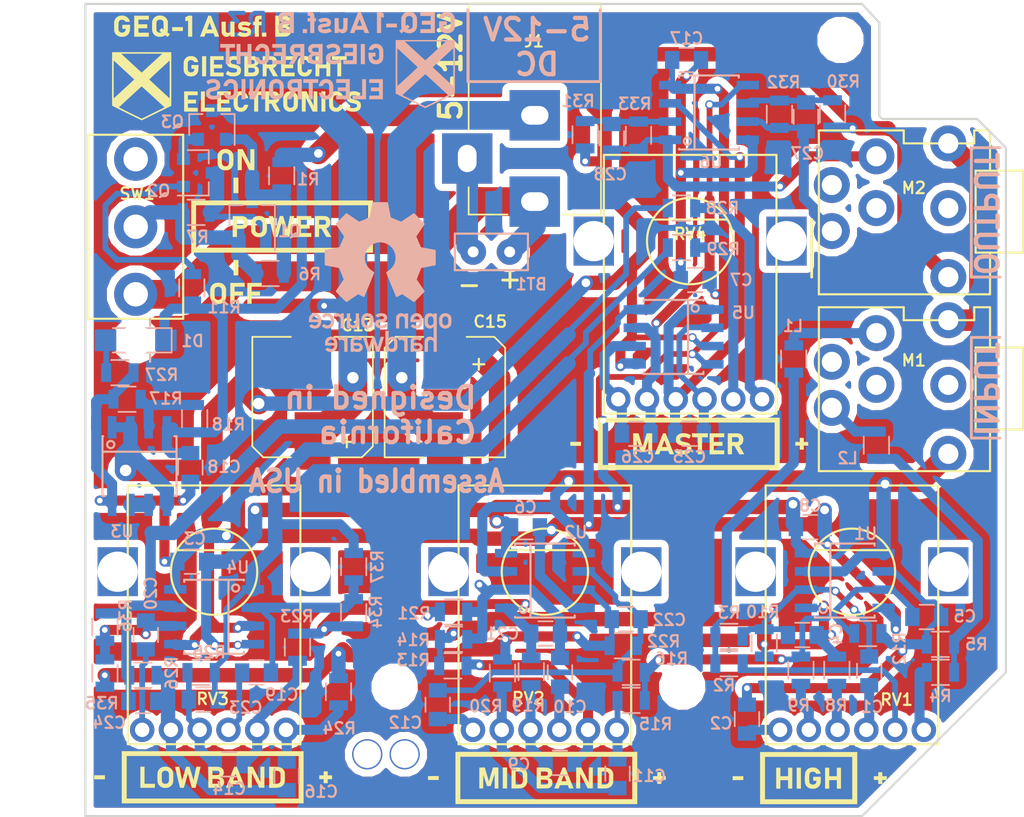
<source format=kicad_pcb>
(kicad_pcb (version 4) (host pcbnew 4.0.6)
  (layers (0 F.Cu signal) (31 B.Cu signal) (34 B.Paste user) (35 F.Paste user) (36 B.SilkS user) (37 F.SilkS user) (38 B.Mask user) (39 F.Mask user) (44 Edge.Cuts user))
  (net 0 "")
  (net 1 "Net-(BT1-Pad1)")
  (net 2 "Net-(BT1-Pad2)")
  (net 3 "Net-(C1-Pad1)")
  (net 4 "Net-(C1-Pad2)")
  (net 5 "Net-(C2-Pad1)")
  (net 6 "Net-(C2-Pad2)")
  (net 7 "Net-(C9-Pad1)")
  (net 8 GND)
  (net 9 "Net-(C10-Pad1)")
  (net 10 "Net-(C10-Pad2)")
  (net 11 "Net-(C11-Pad2)")
  (net 12 "Net-(C12-Pad1)")
  (net 13 "Net-(C14-Pad2)")
  (net 14 VSS)
  (net 15 "Net-(C16-Pad1)")
  (net 16 VDD)
  (net 17 "Net-(D1-Pad2)")
  (net 18 MIC)
  (net 19 "Net-(Q1-Pad1)")
  (net 20 "Net-(Q1-Pad2)")
  (net 21 "Net-(Q2-Pad1)")
  (net 22 "Net-(Q2-Pad2)")
  (net 23 "Net-(R2-Pad1)")
  (net 24 "Net-(R9-Pad2)")
  (net 25 "Net-(L2-Pad1)")
  (net 26 "Net-(L2-Pad2)")
  (net 27 "Net-(C9-Pad2)")
  (net 28 "Net-(C11-Pad1)")
  (net 29 "Net-(C12-Pad2)")
  (net 30 "Net-(C14-Pad1)")
  (net 31 "Net-(C16-Pad2)")
  (net 32 "Net-(L1-Pad1)")
  (net 33 "Net-(L1-Pad2)")
  (net 34 "Net-(Q1-Pad3)")
  (net 35 "Net-(R4-Pad1)")
  (net 36 "Net-(R8-Pad2)")
  (net 37 "Net-(R17-Pad2)")
  (net 38 "Net-(R28-Pad2)")
  (net 39 "Net-(R29-Pad2)")
  (net 40 "Net-(U3-Pad6)")
  (net 41 "Net-(C19-Pad2)")
  (net 42 "Net-(C20-Pad2)")
  (net 43 "Net-(C19-Pad1)")
  (net 44 "Net-(C20-Pad1)")
  (net 45 "Net-(C21-Pad1)")
  (net 46 "Net-(C22-Pad1)")
  (net 47 "Net-(C23-Pad1)")
  (net 48 "Net-(C24-Pad1)")
  (net 49 "Net-(C25-Pad1)")
  (net 50 "Net-(C25-Pad2)")
  (net 51 "Net-(C26-Pad1)")
  (net 52 "Net-(C26-Pad2)")
  (net 53 "Net-(C27-Pad1)")
  (net 54 "Net-(C27-Pad2)")
  (net 55 "Net-(C28-Pad1)")
  (net 56 "Net-(C28-Pad2)")
  (net 57 "Net-(C4-Pad1)")
  (net 58 "Net-(C5-Pad1)")
  (module KiCad_Logos:osh_mark (layer B.Cu) (at 108.5 119 180)
    (fp_text reference G*** hide)
    (fp_text value LOGO hide)
  )
  (module KiCad_Logos:GEQ1_AusfB_Label (layer B.Cu) (at 107.55 101.3 180)
    (fp_text reference G*** hide)
    (fp_text value LOGO hide)
  )
  (module AlphaFootprints:1.9mm_NPTH (layer F.Cu) (at 110.2 152.2)
    (fp_text reference REF** hide)
    (fp_text value 1.9mm_NPTH hide)
    (pad "" thru_hole circle (at 0 0) (size 2.1 2.1) (drill 1.9) (layers *.Cu *.Mask))
  )
  (module Mounting_Holes:MountingHole_2.2mm_M2_DIN965 (layer F.Cu) (at 109.5 147.5)
    (fp_text reference REF** hide)
    (fp_text value MountingHole_2.2mm_M2_DIN965)
    (pad 1 np_thru_hole circle (at 0 0) (size 2.2 2.2) (drill 2.2) (layers *.Cu *.Mask))
  )
  (module Mounting_Holes:MountingHole_2.2mm_M2_DIN965 (layer F.Cu) (at 129.5 147.5)
    (fp_text reference REF** hide)
    (fp_text value MountingHole_2.2mm_M2_DIN965)
    (pad 1 np_thru_hole circle (at 0 0) (size 2.2 2.2) (drill 2.2) (layers *.Cu *.Mask))
  )
  (module AlphaFootprints:2_Pin_Header (layer B.Cu) (at 116.23 117.25 180)
    (fp_text reference BT1 (at -2.77 -2.25 360) (layer B.SilkS) (effects (font (size 0.8 0.8)) (justify mirror)))
    (fp_text value 9V)
    (pad 1 thru_hole circle (at -1.27 0 180) (size 1.8 1.8) (drill 0.762) (layers *.Cu *.Mask) (net 1 "Net-(BT1-Pad1)"))
    (pad 2 thru_hole circle (at 1.27 0 180) (size 1.8 1.8) (drill 0.762) (layers *.Cu *.Mask) (net 2 "Net-(BT1-Pad2)"))
  )
  (module Capacitors_SMD:CP_Elec_8x10 (layer F.Cu) (at 113 127.35 270)
    (fp_text reference C15 (at -5.25 -3.15 360) (layer F.SilkS) (effects (font (size 0.8 0.8))))
    (fp_text value 220uF)
    (fp_text user + (at -2.284 -2.286 270) (layer F.SilkS))
    (pad 1 smd rect (at -3.05 0 90) (size 4 2.5) (layers F.Cu F.Paste F.Mask) (net 8 GND))
    (pad 2 smd rect (at 3.05 0 90) (size 4 2.5) (layers F.Cu F.Paste F.Mask) (net 14 VSS))
  )
  (module Capacitors_SMD:CP_Elec_8x10 (layer F.Cu) (at 103.8 127.35 90)
    (fp_text reference C13 (at 5 3.15 360) (layer F.SilkS) (effects (font (size 0.8 0.8))))
    (fp_text value 220uF)
    (fp_text user + (at -3.118 2.306 90) (layer F.SilkS))
    (pad 1 smd rect (at -3.05 0 270) (size 4 2.5) (layers F.Cu F.Paste F.Mask) (net 16 VDD))
    (pad 2 smd rect (at 3.05 0 270) (size 4 2.5) (layers F.Cu F.Paste F.Mask) (net 8 GND))
  )
  (module AlphaFootprints:PJ_102A (layer F.Cu) (at 119.25 113.75 270)
    (fp_text reference J1 (at -11.15 0.05 540) (layer F.SilkS) (effects (font (size 0.8 0.8))))
    (fp_text value PJ-102A)
    (pad 1 thru_hole rect (at 0 0 270) (size 3.5 3.5) (drill oval 1.3 1.9) (layers *.Cu *.Mask) (net 1 "Net-(BT1-Pad1)"))
    (pad 2 thru_hole rect (at -6 0 270) (size 3.5 3.5) (drill oval 1.3 1.9) (layers *.Cu *.Mask) (net 14 VSS))
    (pad 3 thru_hole rect (at -3 4.7 270) (size 3.5 3.5) (drill oval 1.9 1.3) (layers *.Cu *.Mask) (net 2 "Net-(BT1-Pad2)"))
  )
  (module AlphaFootprints:TRRS_SJ-43515TS (layer F.Cu) (at 145.1 126.5 180)
    (fp_text reference M1 (at -0.5 1.7 360) (layer F.SilkS) (effects (font (size 0.8 0.8))))
    (fp_text value SJ-43515TS)
    (pad 1 thru_hole circle (at -2.9 -4.8 180) (size 2.5 2.5) (drill 1.4) (layers *.Cu *.Mask) (net 8 GND))
    (pad ~ thru_hole circle (at -2.9 0 180) (size 2.5 2.5) (drill 1.4) (layers *.Cu *.Mask))
    (pad 4 thru_hole circle (at -2.9 4.5 180) (size 2.5 2.5) (drill 1.4) (layers *.Cu *.Mask) (net 18 MIC))
    (pad 2 thru_hole circle (at 2.1 3.6 180) (size 2.5 2.5) (drill 1.4) (layers *.Cu *.Mask) (net 33 "Net-(L1-Pad2)"))
    (pad 5 thru_hole circle (at 5.2 1.6 180) (size 2.5 2.5) (drill 1.4) (layers *.Cu *.Mask))
    (pad 3 thru_hole circle (at 5.2 -1.6 180) (size 2.5 2.5) (drill 1.4) (layers *.Cu *.Mask) (net 25 "Net-(L2-Pad1)"))
    (pad ~ thru_hole circle (at 2.1 0 180) (size 2.5 2.5) (drill 1.4) (layers *.Cu *.Mask))
  )
  (module AlphaFootprints:TRRS_SJ-43515TS (layer F.Cu) (at 145.1 114.2 180)
    (fp_text reference M2 (at -0.5 1.4 360) (layer F.SilkS) (effects (font (size 0.8 0.8))))
    (fp_text value SJ-43515TS)
    (pad 1 thru_hole circle (at -2.9 -4.8 180) (size 2.5 2.5) (drill 1.4) (layers *.Cu *.Mask) (net 8 GND))
    (pad ~ thru_hole circle (at -2.9 0 180) (size 2.5 2.5) (drill 1.4) (layers *.Cu *.Mask))
    (pad 4 thru_hole circle (at -2.9 4.5 180) (size 2.5 2.5) (drill 1.4) (layers *.Cu *.Mask) (net 18 MIC))
    (pad 2 thru_hole circle (at 2.1 3.6 180) (size 2.5 2.5) (drill 1.4) (layers *.Cu *.Mask) (net 55 "Net-(C28-Pad1)"))
    (pad 5 thru_hole circle (at 5.2 1.6 180) (size 2.5 2.5) (drill 1.4) (layers *.Cu *.Mask))
    (pad 3 thru_hole circle (at 5.2 -1.6 180) (size 2.5 2.5) (drill 1.4) (layers *.Cu *.Mask) (net 53 "Net-(C27-Pad1)"))
    (pad ~ thru_hole circle (at 2.1 0 180) (size 2.5 2.5) (drill 1.4) (layers *.Cu *.Mask))
  )
  (module TO_SOT_Packages_SMD:SOT-23_Handsoldering (layer B.Cu) (at 99.6 114.75 90)
    (fp_text reference Q1 (at -1.05 2.6 180) (layer B.SilkS) (effects (font (size 0.8 0.8)) (justify mirror)))
    (fp_text value BC856)
    (pad 1 smd rect (at -1.5 0.95 90) (size 1.9 0.8) (layers B.Cu B.Paste B.Mask) (net 19 "Net-(Q1-Pad1)"))
    (pad 2 smd rect (at -1.5 -0.95 90) (size 1.9 0.8) (layers B.Cu B.Paste B.Mask) (net 20 "Net-(Q1-Pad2)"))
    (pad 3 smd rect (at 1.5 0 90) (size 1.9 0.8) (layers B.Cu B.Paste B.Mask) (net 34 "Net-(Q1-Pad3)"))
  )
  (module AlphaFootprints:POT_2GANG_RK12L (layer F.Cu) (at 130.05 127.5)
    (fp_text reference RV4 (at 0 -11.5) (layer F.SilkS) (effects (font (size 0.8 0.8))))
    (fp_text value 20K)
    (pad 3 thru_hole circle (at 1 0) (size 1.7 1.7) (drill 1) (layers *.Cu *.Mask) (net 50 "Net-(C25-Pad2)"))
    (pad 2 thru_hole circle (at 3 0) (size 1.7 1.7) (drill 1) (layers *.Cu *.Mask) (net 39 "Net-(R29-Pad2)"))
    (pad 5 thru_hole circle (at 5 0) (size 1.7 1.7) (drill 1) (layers *.Cu *.Mask) (net 38 "Net-(R28-Pad2)"))
    (pad 1 thru_hole circle (at -1 0) (size 1.7 1.7) (drill 1) (layers *.Cu *.Mask) (net 49 "Net-(C25-Pad1)"))
    (pad 4 thru_hole circle (at -3 0) (size 1.7 1.7) (drill 1) (layers *.Cu *.Mask) (net 51 "Net-(C26-Pad1)"))
    (pad 6 thru_hole circle (at -5 0) (size 1.7 1.7) (drill 1) (layers *.Cu *.Mask) (net 52 "Net-(C26-Pad2)"))
    (pad "" thru_hole rect (at 6.7 -11) (size 2.8 3.4) (drill 2.8) (layers *.Cu *.Mask))
    (pad ~ thru_hole rect (at -6.7 -11) (size 2.8 3.4) (drill 2.8) (layers *.Cu *.Mask))
  )
  (module AlphaFootprints:2M1-SP1-TnBnM2 (layer F.Cu) (at 91.5 115.5)
    (fp_text reference SW1 (at 0.1 -2.3 180) (layer F.SilkS) (effects (font (size 0.8 0.8))))
    (fp_text value 2M1-SP1-T1-B1-M2QE)
    (pad 1 thru_hole circle (at 0 4.7) (size 3 3) (drill 1.7) (layers *.Cu *.Mask) (net 1 "Net-(BT1-Pad1)"))
    (pad 2 thru_hole circle (at 0 0) (size 3 3) (drill 1.7) (layers *.Cu *.Mask) (net 20 "Net-(Q1-Pad2)"))
    (pad 3 thru_hole circle (at 0 -4.7) (size 3 3) (drill 1.7) (layers *.Cu *.Mask))
  )
  (module Capacitors_SMD:C_0805 (layer B.Cu) (at 98 152.9)
    (fp_text reference C14 (at 0 1.7) (layer B.SilkS) (effects (font (size 0.8 0.8)) (justify mirror)))
    (fp_text value 1.5uF)
    (pad 1 smd rect (at -1 0) (size 1 1.25) (layers B.Cu B.Paste B.Mask) (net 30 "Net-(C14-Pad1)"))
    (pad 2 smd rect (at 1 0) (size 1 1.25) (layers B.Cu B.Paste B.Mask) (net 13 "Net-(C14-Pad2)"))
  )
  (module Capacitors_SMD:C_0805 (layer B.Cu) (at 121 152.8)
    (fp_text reference C9 (at -2.85 0.1) (layer B.SilkS) (effects (font (size 0.8 0.8)) (justify mirror)))
    (fp_text value 22nF)
    (pad 1 smd rect (at -1 0) (size 1 1.25) (layers B.Cu B.Paste B.Mask) (net 7 "Net-(C9-Pad1)"))
    (pad 2 smd rect (at 1 0) (size 1 1.25) (layers B.Cu B.Paste B.Mask) (net 27 "Net-(C9-Pad2)"))
  )
  (module Capacitors_SMD:C_0805 (layer B.Cu) (at 121 146.5 90)
    (fp_text reference C10 (at -2.4 0.7 180) (layer B.SilkS) (effects (font (size 0.8 0.8)) (justify mirror)))
    (fp_text value 220nF)
    (pad 1 smd rect (at -1 0 90) (size 1 1.25) (layers B.Cu B.Paste B.Mask) (net 9 "Net-(C10-Pad1)"))
    (pad 2 smd rect (at 1 0 90) (size 1 1.25) (layers B.Cu B.Paste B.Mask) (net 10 "Net-(C10-Pad2)"))
  )
  (module Capacitors_SMD:C_0805 (layer B.Cu) (at 102 153.7 90)
    (fp_text reference C16 (at -1.1 2.4 180) (layer B.SilkS) (effects (font (size 0.8 0.8)) (justify mirror)))
    (fp_text value 1.5uF)
    (pad 1 smd rect (at -1 0 90) (size 1 1.25) (layers B.Cu B.Paste B.Mask) (net 15 "Net-(C16-Pad1)"))
    (pad 2 smd rect (at 1 0 90) (size 1 1.25) (layers B.Cu B.Paste B.Mask) (net 31 "Net-(C16-Pad2)"))
  )
  (module Capacitors_SMD:C_0805 (layer B.Cu) (at 142.5 146.4 90)
    (fp_text reference C1 (at -2.5 0.2 180) (layer B.SilkS) (effects (font (size 0.8 0.8)) (justify mirror)))
    (fp_text value 7.5nF)
    (pad 1 smd rect (at -1 0 90) (size 1 1.25) (layers B.Cu B.Paste B.Mask) (net 3 "Net-(C1-Pad1)"))
    (pad 2 smd rect (at 1 0 90) (size 1 1.25) (layers B.Cu B.Paste B.Mask) (net 4 "Net-(C1-Pad2)"))
  )
  (module Capacitors_SMD:C_0805 (layer B.Cu) (at 125 153.55 90)
    (fp_text reference C11 (at -0.15 2.2 180) (layer B.SilkS) (effects (font (size 0.8 0.8)) (justify mirror)))
    (fp_text value 22nF)
    (pad 1 smd rect (at -1 0 90) (size 1 1.25) (layers B.Cu B.Paste B.Mask) (net 28 "Net-(C11-Pad1)"))
    (pad 2 smd rect (at 1 0 90) (size 1 1.25) (layers B.Cu B.Paste B.Mask) (net 11 "Net-(C11-Pad2)"))
  )
  (module Capacitors_SMD:C_0805 (layer B.Cu) (at 112.5 148.75 90)
    (fp_text reference C12 (at -1.25 -2.25 180) (layer B.SilkS) (effects (font (size 0.8 0.8)) (justify mirror)))
    (fp_text value 220nF)
    (pad 1 smd rect (at -1 0 90) (size 1 1.25) (layers B.Cu B.Paste B.Mask) (net 12 "Net-(C12-Pad1)"))
    (pad 2 smd rect (at 1 0 90) (size 1 1.25) (layers B.Cu B.Paste B.Mask) (net 29 "Net-(C12-Pad2)"))
  )
  (module Capacitors_SMD:C_0805 (layer B.Cu) (at 134 149.75 90)
    (fp_text reference C2 (at -0.3 -1.8 180) (layer B.SilkS) (effects (font (size 0.8 0.8)) (justify mirror)))
    (fp_text value 7.5nF)
    (pad 1 smd rect (at -1 0 90) (size 1 1.25) (layers B.Cu B.Paste B.Mask) (net 5 "Net-(C2-Pad1)"))
    (pad 2 smd rect (at 1 0 90) (size 1 1.25) (layers B.Cu B.Paste B.Mask) (net 6 "Net-(C2-Pad2)"))
  )
  (module Capacitors_SMD:C_0805 (layer B.Cu) (at 95.4 138.8)
    (fp_text reference C3 (at 0.2 -1.6) (layer B.SilkS) (effects (font (size 0.8 0.8)) (justify mirror)))
    (fp_text value 100nF)
    (pad 1 smd rect (at -1 0) (size 1 1.25) (layers B.Cu B.Paste B.Mask) (net 16 VDD))
    (pad 2 smd rect (at 1 0) (size 1 1.25) (layers B.Cu B.Paste B.Mask) (net 14 VSS))
  )
  (module Capacitors_SMD:C_0805 (layer B.Cu) (at 137.85 143.9 180)
    (fp_text reference C4 (at -2.35 0.05 450) (layer B.SilkS) (effects (font (size 0.8 0.8)) (justify mirror)))
    (fp_text value 560pF)
    (pad 1 smd rect (at -1 0 180) (size 1 1.25) (layers B.Cu B.Paste B.Mask) (net 57 "Net-(C4-Pad1)"))
    (pad 2 smd rect (at 1 0 180) (size 1 1.25) (layers B.Cu B.Paste B.Mask) (net 4 "Net-(C1-Pad2)"))
  )
  (module Capacitors_SMD:C_0805 (layer B.Cu) (at 146.5 142.65)
    (fp_text reference C5 (at 2.65 -0.05) (layer B.SilkS) (effects (font (size 0.8 0.8)) (justify mirror)))
    (fp_text value 560pF)
    (pad 1 smd rect (at -1 0) (size 1 1.25) (layers B.Cu B.Paste B.Mask) (net 58 "Net-(C5-Pad1)"))
    (pad 2 smd rect (at 1 0) (size 1 1.25) (layers B.Cu B.Paste B.Mask) (net 6 "Net-(C2-Pad2)"))
  )
  (module Capacitors_SMD:C_0805 (layer B.Cu) (at 118.6 136.4 180)
    (fp_text reference C6 (at 0 1.4 180) (layer B.SilkS) (effects (font (size 0.8 0.8)) (justify mirror)))
    (fp_text value 100nF)
    (pad 1 smd rect (at -1 0 180) (size 1 1.25) (layers B.Cu B.Paste B.Mask) (net 16 VDD))
    (pad 2 smd rect (at 1 0 180) (size 1 1.25) (layers B.Cu B.Paste B.Mask) (net 14 VSS))
  )
  (module Capacitors_SMD:C_0805 (layer B.Cu) (at 130.4 119.2)
    (fp_text reference C7 (at 3.2 0) (layer B.SilkS) (effects (font (size 0.8 0.8)) (justify mirror)))
    (fp_text value 100nF)
    (pad 1 smd rect (at -1 0) (size 1 1.25) (layers B.Cu B.Paste B.Mask) (net 16 VDD))
    (pad 2 smd rect (at 1 0) (size 1 1.25) (layers B.Cu B.Paste B.Mask) (net 14 VSS))
  )
  (module Capacitors_SMD:C_0805 (layer B.Cu) (at 138.4 136.4 180)
    (fp_text reference C8 (at 0 1.5 180) (layer B.SilkS) (effects (font (size 0.8 0.8)) (justify mirror)))
    (fp_text value 100nF)
    (pad 1 smd rect (at -1 0 180) (size 1 1.25) (layers B.Cu B.Paste B.Mask) (net 16 VDD))
    (pad 2 smd rect (at 1 0 180) (size 1 1.25) (layers B.Cu B.Paste B.Mask) (net 14 VSS))
  )
  (module Inductors_SMD:L_0805 (layer B.Cu) (at 137.25 124.7 90)
    (fp_text reference L1 (at 2.3 -0.05 180) (layer B.SilkS) (effects (font (size 0.8 0.8)) (justify mirror)))
    (fp_text value MPZ2012S102JTD25)
    (pad 1 smd rect (at -0.95 0 90) (size 0.7 1.3) (layers B.Cu B.Paste B.Mask) (net 32 "Net-(L1-Pad1)"))
    (pad 2 smd rect (at 0.95 0 90) (size 0.7 1.3) (layers B.Cu B.Paste B.Mask) (net 33 "Net-(L1-Pad2)"))
  )
  (module Inductors_SMD:L_0805 (layer B.Cu) (at 143 130.7 270)
    (fp_text reference L2 (at 0.9 2 360) (layer B.SilkS) (effects (font (size 0.8 0.8)) (justify mirror)))
    (fp_text value MPZ2012S102JTD25)
    (pad 1 smd rect (at -0.95 0 270) (size 0.7 1.3) (layers B.Cu B.Paste B.Mask) (net 25 "Net-(L2-Pad1)"))
    (pad 2 smd rect (at 0.95 0 270) (size 0.7 1.3) (layers B.Cu B.Paste B.Mask) (net 26 "Net-(L2-Pad2)"))
  )
  (module Resistors_SMD:R_0805 (layer B.Cu) (at 113.55 146.05 180)
    (fp_text reference R13 (at 2.75 0.4 180) (layer B.SilkS) (effects (font (size 0.8 0.8)) (justify mirror)))
    (fp_text value 1.24K)
    (pad 1 smd rect (at -0.95 0 180) (size 0.7 1.3) (layers B.Cu B.Paste B.Mask) (net 27 "Net-(C9-Pad2)"))
    (pad 2 smd rect (at 0.95 0 180) (size 0.7 1.3) (layers B.Cu B.Paste B.Mask) (net 57 "Net-(C4-Pad1)"))
  )
  (module Resistors_SMD:R_0805 (layer B.Cu) (at 119 146.45 270)
    (fp_text reference R19 (at 2.35 0.2 540) (layer B.SilkS) (effects (font (size 0.8 0.8)) (justify mirror)))
    (fp_text value 1.24K)
    (pad 1 smd rect (at -0.95 0 270) (size 0.7 1.3) (layers B.Cu B.Paste B.Mask) (net 45 "Net-(C21-Pad1)"))
    (pad 2 smd rect (at 0.95 0 270) (size 0.7 1.3) (layers B.Cu B.Paste B.Mask) (net 7 "Net-(C9-Pad1)"))
  )
  (module Resistors_SMD:R_0805 (layer B.Cu) (at 125.95 148.45)
    (fp_text reference R15 (at 1.7 1.65) (layer B.SilkS) (effects (font (size 0.8 0.8)) (justify mirror)))
    (fp_text value 1.24K)
    (pad 1 smd rect (at -0.95 0) (size 0.7 1.3) (layers B.Cu B.Paste B.Mask) (net 11 "Net-(C11-Pad2)"))
    (pad 2 smd rect (at 0.95 0) (size 0.7 1.3) (layers B.Cu B.Paste B.Mask) (net 58 "Net-(C5-Pad1)"))
  )
  (module Resistors_SMD:R_0805 (layer B.Cu) (at 117 146.55 270)
    (fp_text reference R20 (at 2.3 1.15 540) (layer B.SilkS) (effects (font (size 0.8 0.8)) (justify mirror)))
    (fp_text value 1.24K)
    (pad 1 smd rect (at -0.95 0 270) (size 0.7 1.3) (layers B.Cu B.Paste B.Mask) (net 46 "Net-(C22-Pad1)"))
    (pad 2 smd rect (at 0.95 0 270) (size 0.7 1.3) (layers B.Cu B.Paste B.Mask) (net 28 "Net-(C11-Pad1)"))
  )
  (module Resistors_SMD:R_0805 (layer B.Cu) (at 100.85 118.75)
    (fp_text reference R6 (at 2.75 0.05) (layer B.SilkS) (effects (font (size 0.8 0.8)) (justify mirror)))
    (fp_text value 49.9K)
    (pad 1 smd rect (at -0.95 0) (size 0.7 1.3) (layers B.Cu B.Paste B.Mask) (net 20 "Net-(Q1-Pad2)"))
    (pad 2 smd rect (at 0.95 0) (size 0.7 1.3) (layers B.Cu B.Paste B.Mask) (net 34 "Net-(Q1-Pad3)"))
  )
  (module Resistors_SMD:R_0805 (layer B.Cu) (at 95.7 114.5 180)
    (fp_text reference R7 (at -0.1 -1.7 180) (layer B.SilkS) (effects (font (size 0.8 0.8)) (justify mirror)))
    (fp_text value 2R)
    (pad 1 smd rect (at -0.95 0 180) (size 0.7 1.3) (layers B.Cu B.Paste B.Mask) (net 19 "Net-(Q1-Pad1)"))
    (pad 2 smd rect (at 0.95 0 180) (size 0.7 1.3) (layers B.Cu B.Paste B.Mask) (net 20 "Net-(Q1-Pad2)"))
  )
  (module AlphaFootprints:SOIC-8_Pin1Line (layer B.Cu) (at 96.95 142.635 180)
    (fp_text reference U4 (at -1.65 3.435 180) (layer B.SilkS) (effects (font (size 0.8 0.8)) (justify mirror)))
    (fp_text value LM833)
    (pad 1 smd rect (at -2.7 1.905 180) (size 1.55 0.6) (layers B.Cu B.Paste B.Mask) (net 47 "Net-(C23-Pad1)"))
    (pad 2 smd rect (at -2.7 0.635 180) (size 1.55 0.6) (layers B.Cu B.Paste B.Mask) (net 41 "Net-(C19-Pad2)"))
    (pad 3 smd rect (at -2.7 -0.635 180) (size 1.55 0.6) (layers B.Cu B.Paste B.Mask) (net 8 GND))
    (pad 4 smd rect (at -2.7 -1.905 180) (size 1.55 0.6) (layers B.Cu B.Paste B.Mask) (net 14 VSS))
    (pad 5 smd rect (at 2.7 -1.905 180) (size 1.55 0.6) (layers B.Cu B.Paste B.Mask) (net 8 GND))
    (pad 6 smd rect (at 2.7 -0.635 180) (size 1.55 0.6) (layers B.Cu B.Paste B.Mask) (net 42 "Net-(C20-Pad2)"))
    (pad 7 smd rect (at 2.7 0.635 180) (size 1.55 0.6) (layers B.Cu B.Paste B.Mask) (net 48 "Net-(C24-Pad1)"))
    (pad 8 smd rect (at 2.7 1.905 180) (size 1.55 0.6) (layers B.Cu B.Paste B.Mask) (net 16 VDD))
  )
  (module AlphaFootprints:SOIC-8_Pin1Line (layer B.Cu) (at 119.95 140.115)
    (fp_text reference U2 (at 2.15 -3.365) (layer B.SilkS) (effects (font (size 0.8 0.8)) (justify mirror)))
    (fp_text value LM833)
    (pad 1 smd rect (at -2.7 1.905) (size 1.55 0.6) (layers B.Cu B.Paste B.Mask) (net 45 "Net-(C21-Pad1)"))
    (pad 2 smd rect (at -2.7 0.635) (size 1.55 0.6) (layers B.Cu B.Paste B.Mask) (net 10 "Net-(C10-Pad2)"))
    (pad 3 smd rect (at -2.7 -0.635) (size 1.55 0.6) (layers B.Cu B.Paste B.Mask) (net 8 GND))
    (pad 4 smd rect (at -2.7 -1.905) (size 1.55 0.6) (layers B.Cu B.Paste B.Mask) (net 14 VSS))
    (pad 5 smd rect (at 2.7 -1.905) (size 1.55 0.6) (layers B.Cu B.Paste B.Mask) (net 8 GND))
    (pad 6 smd rect (at 2.7 -0.635) (size 1.55 0.6) (layers B.Cu B.Paste B.Mask) (net 29 "Net-(C12-Pad2)"))
    (pad 7 smd rect (at 2.7 0.635) (size 1.55 0.6) (layers B.Cu B.Paste B.Mask) (net 46 "Net-(C22-Pad1)"))
    (pad 8 smd rect (at 2.7 1.905) (size 1.55 0.6) (layers B.Cu B.Paste B.Mask) (net 16 VDD))
  )
  (module AlphaFootprints:SOIC-8_Pin1Line (layer B.Cu) (at 140.8 140.115)
    (fp_text reference U1 (at 1.45 -3.265) (layer B.SilkS) (effects (font (size 0.8 0.8)) (justify mirror)))
    (fp_text value LM833)
    (pad 1 smd rect (at -2.7 1.905) (size 1.55 0.6) (layers B.Cu B.Paste B.Mask) (net 57 "Net-(C4-Pad1)"))
    (pad 2 smd rect (at -2.7 0.635) (size 1.55 0.6) (layers B.Cu B.Paste B.Mask) (net 4 "Net-(C1-Pad2)"))
    (pad 3 smd rect (at -2.7 -0.635) (size 1.55 0.6) (layers B.Cu B.Paste B.Mask) (net 8 GND))
    (pad 4 smd rect (at -2.7 -1.905) (size 1.55 0.6) (layers B.Cu B.Paste B.Mask) (net 14 VSS))
    (pad 5 smd rect (at 2.7 -1.905) (size 1.55 0.6) (layers B.Cu B.Paste B.Mask) (net 8 GND))
    (pad 6 smd rect (at 2.7 -0.635) (size 1.55 0.6) (layers B.Cu B.Paste B.Mask) (net 6 "Net-(C2-Pad2)"))
    (pad 7 smd rect (at 2.7 0.635) (size 1.55 0.6) (layers B.Cu B.Paste B.Mask) (net 58 "Net-(C5-Pad1)"))
    (pad 8 smd rect (at 2.7 1.905) (size 1.55 0.6) (layers B.Cu B.Paste B.Mask) (net 16 VDD))
  )
  (module AlphaFootprints:SOIC-8_Pin1Line (layer B.Cu) (at 128.9 123.165 180)
    (fp_text reference U5 (at -4.85 1.685 180) (layer B.SilkS) (effects (font (size 0.8 0.8)) (justify mirror)))
    (fp_text value LM833)
    (pad 1 smd rect (at -2.7 1.905 180) (size 1.55 0.6) (layers B.Cu B.Paste B.Mask) (net 49 "Net-(C25-Pad1)"))
    (pad 2 smd rect (at -2.7 0.635 180) (size 1.55 0.6) (layers B.Cu B.Paste B.Mask) (net 50 "Net-(C25-Pad2)"))
    (pad 3 smd rect (at -2.7 -0.635 180) (size 1.55 0.6) (layers B.Cu B.Paste B.Mask) (net 8 GND))
    (pad 4 smd rect (at -2.7 -1.905 180) (size 1.55 0.6) (layers B.Cu B.Paste B.Mask) (net 14 VSS))
    (pad 5 smd rect (at 2.7 -1.905 180) (size 1.55 0.6) (layers B.Cu B.Paste B.Mask) (net 8 GND))
    (pad 6 smd rect (at 2.7 -0.635 180) (size 1.55 0.6) (layers B.Cu B.Paste B.Mask) (net 52 "Net-(C26-Pad2)"))
    (pad 7 smd rect (at 2.7 0.635 180) (size 1.55 0.6) (layers B.Cu B.Paste B.Mask) (net 51 "Net-(C26-Pad1)"))
    (pad 8 smd rect (at 2.7 1.905 180) (size 1.55 0.6) (layers B.Cu B.Paste B.Mask) (net 16 VDD))
  )
  (module Resistors_SMD:R_0805 (layer B.Cu) (at 139.95 107.65 90)
    (fp_text reference R30 (at 2.25 0.75 360) (layer B.SilkS) (effects (font (size 0.8 0.8)) (justify mirror)))
    (fp_text value 2.49K)
    (pad 1 smd rect (at -0.95 0 90) (size 0.7 1.3) (layers B.Cu B.Paste B.Mask) (net 8 GND))
    (pad 2 smd rect (at 0.95 0 90) (size 0.7 1.3) (layers B.Cu B.Paste B.Mask) (net 54 "Net-(C27-Pad2)"))
  )
  (module Resistors_SMD:R_0805 (layer B.Cu) (at 122.75 109.1 90)
    (fp_text reference R31 (at 2.35 -0.5 180) (layer B.SilkS) (effects (font (size 0.8 0.8)) (justify mirror)))
    (fp_text value 2.49K)
    (pad 1 smd rect (at -0.95 0 90) (size 0.7 1.3) (layers B.Cu B.Paste B.Mask) (net 8 GND))
    (pad 2 smd rect (at 0.95 0 90) (size 0.7 1.3) (layers B.Cu B.Paste B.Mask) (net 56 "Net-(C28-Pad2)"))
  )
  (module AlphaFootprints:SOIC-8_Pin1Line (layer B.Cu) (at 91.765 132.15 270)
    (fp_text reference U3 (at 4.55 1.215 360) (layer B.SilkS) (effects (font (size 0.8 0.8)) (justify mirror)))
    (fp_text value LM833)
    (pad 1 smd rect (at -2.7 1.905 270) (size 1.55 0.6) (layers B.Cu B.Paste B.Mask) (net 8 GND))
    (pad 2 smd rect (at -2.7 0.635 270) (size 1.55 0.6) (layers B.Cu B.Paste B.Mask) (net 8 GND))
    (pad 3 smd rect (at -2.7 -0.635 270) (size 1.55 0.6) (layers B.Cu B.Paste B.Mask) (net 37 "Net-(R17-Pad2)"))
    (pad 4 smd rect (at -2.7 -1.905 270) (size 1.55 0.6) (layers B.Cu B.Paste B.Mask) (net 14 VSS))
    (pad 5 smd rect (at 2.7 -1.905 270) (size 1.55 0.6) (layers B.Cu B.Paste B.Mask) (net 8 GND))
    (pad 6 smd rect (at 2.7 -0.635 270) (size 1.55 0.6) (layers B.Cu B.Paste B.Mask) (net 40 "Net-(U3-Pad6)"))
    (pad 7 smd rect (at 2.7 0.635 270) (size 1.55 0.6) (layers B.Cu B.Paste B.Mask) (net 40 "Net-(U3-Pad6)"))
    (pad 8 smd rect (at 2.7 1.905 270) (size 1.55 0.6) (layers B.Cu B.Paste B.Mask) (net 16 VDD))
  )
  (module AlphaFootprints:SOIC-8_Pin1Line (layer B.Cu) (at 131.35851 107.549136)
    (fp_text reference U6 (at 0.14149 3.450864) (layer B.SilkS) (effects (font (size 0.8 0.8)) (justify mirror)))
    (fp_text value LM833)
    (pad 1 smd rect (at -2.7 1.905) (size 1.55 0.6) (layers B.Cu B.Paste B.Mask) (net 55 "Net-(C28-Pad1)"))
    (pad 2 smd rect (at -2.7 0.635) (size 1.55 0.6) (layers B.Cu B.Paste B.Mask) (net 56 "Net-(C28-Pad2)"))
    (pad 3 smd rect (at -2.7 -0.635) (size 1.55 0.6) (layers B.Cu B.Paste B.Mask) (net 49 "Net-(C25-Pad1)"))
    (pad 4 smd rect (at -2.7 -1.905) (size 1.55 0.6) (layers B.Cu B.Paste B.Mask) (net 14 VSS))
    (pad 5 smd rect (at 2.7 -1.905) (size 1.55 0.6) (layers B.Cu B.Paste B.Mask) (net 51 "Net-(C26-Pad1)"))
    (pad 6 smd rect (at 2.7 -0.635) (size 1.55 0.6) (layers B.Cu B.Paste B.Mask) (net 54 "Net-(C27-Pad2)"))
    (pad 7 smd rect (at 2.7 0.635) (size 1.55 0.6) (layers B.Cu B.Paste B.Mask) (net 53 "Net-(C27-Pad1)"))
    (pad 8 smd rect (at 2.7 1.905) (size 1.55 0.6) (layers B.Cu B.Paste B.Mask) (net 16 VDD))
  )
  (module Mounting_Holes:MountingHole_2.2mm_M2_DIN965 (layer F.Cu) (at 140.5 102.5)
    (fp_text reference REF** hide)
    (fp_text value MountingHole_2.2mm_M2_DIN965)
    (pad 1 np_thru_hole circle (at 0 0) (size 2.2 2.2) (drill 2.2) (layers *.Cu *.Mask))
  )
  (module AlphaFootprints:1.9mm_NPTH (layer F.Cu) (at 107.6 152.2)
    (fp_text reference REF** hide)
    (fp_text value 1.9mm_NPTH hide)
    (pad "" thru_hole circle (at 0 0) (size 2.1 2.1) (drill 1.9) (layers *.Cu *.Mask))
  )
  (module AlphaFootprints:POT_2GANG_RK12L (layer F.Cu) (at 96.95 150.5)
    (fp_text reference RV3 (at -0.1 -2.15) (layer F.SilkS) (effects (font (size 0.8 0.8))))
    (fp_text value 50K)
    (pad 3 thru_hole circle (at 1 0) (size 1.7 1.7) (drill 1) (layers *.Cu *.Mask) (net 43 "Net-(C19-Pad1)"))
    (pad 2 thru_hole circle (at 3 0) (size 1.7 1.7) (drill 1) (layers *.Cu *.Mask) (net 13 "Net-(C14-Pad2)"))
    (pad 5 thru_hole circle (at 5 0) (size 1.7 1.7) (drill 1) (layers *.Cu *.Mask) (net 31 "Net-(C16-Pad2)"))
    (pad 1 thru_hole circle (at -1 0) (size 1.7 1.7) (drill 1) (layers *.Cu *.Mask) (net 30 "Net-(C14-Pad1)"))
    (pad 4 thru_hole circle (at -3 0) (size 1.7 1.7) (drill 1) (layers *.Cu *.Mask) (net 15 "Net-(C16-Pad1)"))
    (pad 6 thru_hole circle (at -5 0) (size 1.7 1.7) (drill 1) (layers *.Cu *.Mask) (net 44 "Net-(C20-Pad1)"))
    (pad "" np_thru_hole rect (at 6.7 -11) (size 2.8 3.4) (drill 2.8) (layers *.Cu *.Mask))
    (pad ~ thru_hole rect (at -6.7 -11) (size 2.8 3.4) (drill 2.8) (layers *.Cu *.Mask))
  )
  (module AlphaFootprints:POT_2GANG_RK12L (layer F.Cu) (at 119.95 150.5)
    (fp_text reference RV2 (at -1.15 -2.2) (layer F.SilkS) (effects (font (size 0.8 0.8))))
    (fp_text value 50K)
    (pad 3 thru_hole circle (at 1 0) (size 1.7 1.7) (drill 1) (layers *.Cu *.Mask) (net 9 "Net-(C10-Pad1)"))
    (pad 2 thru_hole circle (at 3 0) (size 1.7 1.7) (drill 1) (layers *.Cu *.Mask) (net 27 "Net-(C9-Pad2)"))
    (pad 5 thru_hole circle (at 5 0) (size 1.7 1.7) (drill 1) (layers *.Cu *.Mask) (net 11 "Net-(C11-Pad2)"))
    (pad 1 thru_hole circle (at -1 0) (size 1.7 1.7) (drill 1) (layers *.Cu *.Mask) (net 7 "Net-(C9-Pad1)"))
    (pad 4 thru_hole circle (at -3 0) (size 1.7 1.7) (drill 1) (layers *.Cu *.Mask) (net 28 "Net-(C11-Pad1)"))
    (pad 6 thru_hole circle (at -5 0) (size 1.7 1.7) (drill 1) (layers *.Cu *.Mask) (net 12 "Net-(C12-Pad1)"))
    (pad "" np_thru_hole rect (at 6.7 -11) (size 2.8 3.4) (drill 2.8) (layers *.Cu *.Mask))
    (pad ~ thru_hole rect (at -6.7 -11) (size 2.8 3.4) (drill 2.8) (layers *.Cu *.Mask))
  )
  (module AlphaFootprints:POT_2GANG_RK12L (layer F.Cu) (at 141.3 150.5)
    (fp_text reference RV1 (at 3.1 -2.1) (layer F.SilkS) (effects (font (size 0.8 0.8))))
    (fp_text value 50K)
    (pad 3 thru_hole circle (at 1 0) (size 1.7 1.7) (drill 1) (layers *.Cu *.Mask) (net 3 "Net-(C1-Pad1)"))
    (pad 2 thru_hole circle (at 3 0) (size 1.7 1.7) (drill 1) (layers *.Cu *.Mask) (net 23 "Net-(R2-Pad1)"))
    (pad 5 thru_hole circle (at 5 0) (size 1.7 1.7) (drill 1) (layers *.Cu *.Mask) (net 35 "Net-(R4-Pad1)"))
    (pad 1 thru_hole circle (at -1 0) (size 1.7 1.7) (drill 1) (layers *.Cu *.Mask) (net 36 "Net-(R8-Pad2)"))
    (pad 4 thru_hole circle (at -3 0) (size 1.7 1.7) (drill 1) (layers *.Cu *.Mask) (net 24 "Net-(R9-Pad2)"))
    (pad 6 thru_hole circle (at -5 0) (size 1.7 1.7) (drill 1) (layers *.Cu *.Mask) (net 5 "Net-(C2-Pad1)"))
    (pad "" np_thru_hole rect (at 6.7 -11) (size 2.8 3.4) (drill 2.8) (layers *.Cu *.Mask))
    (pad ~ thru_hole rect (at -6.7 -11) (size 2.8 3.4) (drill 2.8) (layers *.Cu *.Mask))
  )
  (module Capacitors_SMD:C_0805 (layer B.Cu) (at 129.8 103.9 180)
    (fp_text reference C17 (at 0 1.5 180) (layer B.SilkS) (effects (font (size 0.8 0.8)) (justify mirror)))
    (fp_text value 100nF)
    (pad 1 smd rect (at -1 0 180) (size 1 1.25) (layers B.Cu B.Paste B.Mask) (net 16 VDD))
    (pad 2 smd rect (at 1 0 180) (size 1 1.25) (layers B.Cu B.Paste B.Mask) (net 14 VSS))
  )
  (module Capacitors_SMD:C_0805 (layer B.Cu) (at 95.3 132.25 90)
    (fp_text reference C18 (at 0.05 2.35 180) (layer B.SilkS) (effects (font (size 0.8 0.8)) (justify mirror)))
    (fp_text value 100nF)
    (pad 1 smd rect (at -1 0 90) (size 1 1.25) (layers B.Cu B.Paste B.Mask) (net 16 VDD))
    (pad 2 smd rect (at 1 0 90) (size 1 1.25) (layers B.Cu B.Paste B.Mask) (net 14 VSS))
  )
  (module Capacitors_SMD:C_0805 (layer B.Cu) (at 99.9 146.5)
    (fp_text reference C19 (at 1.75 1.55) (layer B.SilkS) (effects (font (size 0.8 0.8)) (justify mirror)))
    (fp_text value 1.5uF)
    (pad 1 smd rect (at -1 0) (size 1 1.25) (layers B.Cu B.Paste B.Mask) (net 43 "Net-(C19-Pad1)"))
    (pad 2 smd rect (at 1 0) (size 1 1.25) (layers B.Cu B.Paste B.Mask) (net 41 "Net-(C19-Pad2)"))
  )
  (module Capacitors_SMD:C_0805 (layer B.Cu) (at 92.2 143.9 90)
    (fp_text reference C20 (at 2.9 0.35 90) (layer B.SilkS) (effects (font (size 0.8 0.8)) (justify mirror)))
    (fp_text value 1.5uF)
    (pad 1 smd rect (at -1 0 90) (size 1 1.25) (layers B.Cu B.Paste B.Mask) (net 44 "Net-(C20-Pad1)"))
    (pad 2 smd rect (at 1 0 90) (size 1 1.25) (layers B.Cu B.Paste B.Mask) (net 42 "Net-(C20-Pad2)"))
  )
  (module Capacitors_SMD:C_0805 (layer B.Cu) (at 120 143.8)
    (fp_text reference C21 (at -3 0) (layer B.SilkS) (effects (font (size 0.8 0.8)) (justify mirror)))
    (fp_text value 100pF)
    (pad 1 smd rect (at -1 0) (size 1 1.25) (layers B.Cu B.Paste B.Mask) (net 45 "Net-(C21-Pad1)"))
    (pad 2 smd rect (at 1 0) (size 1 1.25) (layers B.Cu B.Paste B.Mask) (net 10 "Net-(C10-Pad2)"))
  )
  (module Capacitors_SMD:C_0805 (layer B.Cu) (at 125.6 142.8)
    (fp_text reference C22 (at 3 0.05) (layer B.SilkS) (effects (font (size 0.8 0.8)) (justify mirror)))
    (fp_text value 100pF)
    (pad 1 smd rect (at -1 0) (size 1 1.25) (layers B.Cu B.Paste B.Mask) (net 46 "Net-(C22-Pad1)"))
    (pad 2 smd rect (at 1 0) (size 1 1.25) (layers B.Cu B.Paste B.Mask) (net 29 "Net-(C12-Pad2)"))
  )
  (module Capacitors_SMD:C_0805 (layer B.Cu) (at 96.2 148.4 180)
    (fp_text reference C23 (at -2.95 -0.55 180) (layer B.SilkS) (effects (font (size 0.8 0.8)) (justify mirror)))
    (fp_text value 10nF)
    (pad 1 smd rect (at -1 0 180) (size 1 1.25) (layers B.Cu B.Paste B.Mask) (net 47 "Net-(C23-Pad1)"))
    (pad 2 smd rect (at 1 0 180) (size 1 1.25) (layers B.Cu B.Paste B.Mask) (net 30 "Net-(C14-Pad1)"))
  )
  (module Capacitors_SMD:C_0805 (layer B.Cu) (at 92 148.5)
    (fp_text reference C24 (at -2.35 1.5) (layer B.SilkS) (effects (font (size 0.8 0.8)) (justify mirror)))
    (fp_text value 10nF)
    (pad 1 smd rect (at -1 0) (size 1 1.25) (layers B.Cu B.Paste B.Mask) (net 48 "Net-(C24-Pad1)"))
    (pad 2 smd rect (at 1 0) (size 1 1.25) (layers B.Cu B.Paste B.Mask) (net 15 "Net-(C16-Pad1)"))
  )
  (module Capacitors_SMD:C_0805 (layer B.Cu) (at 130 129.9)
    (fp_text reference C25 (at 0 1.6) (layer B.SilkS) (effects (font (size 0.8 0.8)) (justify mirror)))
    (fp_text value 100pF)
    (pad 1 smd rect (at -1 0) (size 1 1.25) (layers B.Cu B.Paste B.Mask) (net 49 "Net-(C25-Pad1)"))
    (pad 2 smd rect (at 1 0) (size 1 1.25) (layers B.Cu B.Paste B.Mask) (net 50 "Net-(C25-Pad2)"))
  )
  (module Capacitors_SMD:C_0805 (layer B.Cu) (at 126.3 129.9 180)
    (fp_text reference C26 (at -0.1 -1.6 180) (layer B.SilkS) (effects (font (size 0.8 0.8)) (justify mirror)))
    (fp_text value 100pF)
    (pad 1 smd rect (at -1 0 180) (size 1 1.25) (layers B.Cu B.Paste B.Mask) (net 51 "Net-(C26-Pad1)"))
    (pad 2 smd rect (at 1 0 180) (size 1 1.25) (layers B.Cu B.Paste B.Mask) (net 52 "Net-(C26-Pad2)"))
  )
  (module Capacitors_SMD:C_0805 (layer B.Cu) (at 138.1 107.85 90)
    (fp_text reference C27 (at -2.55 0.1 180) (layer B.SilkS) (effects (font (size 0.8 0.8)) (justify mirror)))
    (fp_text value 100pF)
    (pad 1 smd rect (at -1 0 90) (size 1 1.25) (layers B.Cu B.Paste B.Mask) (net 53 "Net-(C27-Pad1)"))
    (pad 2 smd rect (at 1 0 90) (size 1 1.25) (layers B.Cu B.Paste B.Mask) (net 54 "Net-(C27-Pad2)"))
  )
  (module Capacitors_SMD:C_0805 (layer B.Cu) (at 124.6 109.35 90)
    (fp_text reference C28 (at -2.5 -0.1 180) (layer B.SilkS) (effects (font (size 0.8 0.8)) (justify mirror)))
    (fp_text value 100pF)
    (pad 1 smd rect (at -1 0 90) (size 1 1.25) (layers B.Cu B.Paste B.Mask) (net 55 "Net-(C28-Pad1)"))
    (pad 2 smd rect (at 1 0 90) (size 1 1.25) (layers B.Cu B.Paste B.Mask) (net 56 "Net-(C28-Pad2)"))
  )
  (module TO_SOT_Packages_SMD:SOT-23 (layer B.Cu) (at 95.82 111.75)
    (fp_text reference Q2 (at -2.72 1.25) (layer B.SilkS) (effects (font (size 0.8 0.8)) (justify mirror)))
    (fp_text value DMP3098LQ-7)
    (pad 1 smd rect (at -1 0.95) (size 0.9 0.8) (layers B.Cu B.Paste B.Mask) (net 21 "Net-(Q2-Pad1)"))
    (pad 2 smd rect (at -1 -0.95) (size 0.9 0.8) (layers B.Cu B.Paste B.Mask) (net 22 "Net-(Q2-Pad2)"))
    (pad 3 smd rect (at 1 0) (size 0.9 0.8) (layers B.Cu B.Paste B.Mask) (net 19 "Net-(Q1-Pad1)"))
  )
  (module TO_SOT_Packages_SMD:SOT-23 (layer B.Cu) (at 96.8 108.42 90)
    (fp_text reference Q3 (at 0.22 -2.75 180) (layer B.SilkS) (effects (font (size 0.8 0.8)) (justify mirror)))
    (fp_text value DMP3098LQ-7)
    (pad 1 smd rect (at -1 0.95 90) (size 0.9 0.8) (layers B.Cu B.Paste B.Mask) (net 34 "Net-(Q1-Pad3)"))
    (pad 2 smd rect (at -1 -0.95 90) (size 0.9 0.8) (layers B.Cu B.Paste B.Mask) (net 22 "Net-(Q2-Pad2)"))
    (pad 3 smd rect (at 1 0 90) (size 0.9 0.8) (layers B.Cu B.Paste B.Mask) (net 16 VDD))
  )
  (module Resistors_SMD:R_0805 (layer B.Cu) (at 132.75 145.9 180)
    (fp_text reference R2 (at 0.35 -1.5 180) (layer B.SilkS) (effects (font (size 0.8 0.8)) (justify mirror)))
    (fp_text value 49.9R)
    (pad 1 smd rect (at -0.95 0 180) (size 0.7 1.3) (layers B.Cu B.Paste B.Mask) (net 23 "Net-(R2-Pad1)"))
    (pad 2 smd rect (at 0.95 0 180) (size 0.7 1.3) (layers B.Cu B.Paste B.Mask) (net 32 "Net-(L1-Pad1)"))
  )
  (module Resistors_SMD:R_0805 (layer B.Cu) (at 147.45 146.5)
    (fp_text reference R4 (at 0 1.65) (layer B.SilkS) (effects (font (size 0.8 0.8)) (justify mirror)))
    (fp_text value 49.9R)
    (pad 1 smd rect (at -0.95 0) (size 0.7 1.3) (layers B.Cu B.Paste B.Mask) (net 35 "Net-(R4-Pad1)"))
    (pad 2 smd rect (at 0.95 0) (size 0.7 1.3) (layers B.Cu B.Paste B.Mask) (net 26 "Net-(L2-Pad2)"))
  )
  (module Resistors_SMD:R_0805 (layer B.Cu) (at 140.25 146.35 270)
    (fp_text reference R8 (at 2.45 0.05 360) (layer B.SilkS) (effects (font (size 0.8 0.8)) (justify mirror)))
    (fp_text value 49.9R)
    (pad 1 smd rect (at -0.95 0 270) (size 0.7 1.3) (layers B.Cu B.Paste B.Mask) (net 57 "Net-(C4-Pad1)"))
    (pad 2 smd rect (at 0.95 0 270) (size 0.7 1.3) (layers B.Cu B.Paste B.Mask) (net 36 "Net-(R8-Pad2)"))
  )
  (module Resistors_SMD:R_0805 (layer B.Cu) (at 137.75 146.35 270)
    (fp_text reference R9 (at 2.45 0.15 360) (layer B.SilkS) (effects (font (size 0.8 0.8)) (justify mirror)))
    (fp_text value 49.9R)
    (pad 1 smd rect (at -0.95 0 270) (size 0.7 1.3) (layers B.Cu B.Paste B.Mask) (net 58 "Net-(C5-Pad1)"))
    (pad 2 smd rect (at 0.95 0 270) (size 0.7 1.3) (layers B.Cu B.Paste B.Mask) (net 24 "Net-(R9-Pad2)"))
  )
  (module Resistors_SMD:R_0805 (layer B.Cu) (at 102.75 144.75 90)
    (fp_text reference R23 (at 2.15 -0.05 180) (layer B.SilkS) (effects (font (size 0.8 0.8)) (justify mirror)))
    (fp_text value 249R)
    (pad 1 smd rect (at -0.95 0 90) (size 0.7 1.3) (layers B.Cu B.Paste B.Mask) (net 13 "Net-(C14-Pad2)"))
    (pad 2 smd rect (at 0.95 0 90) (size 0.7 1.3) (layers B.Cu B.Paste B.Mask) (net 45 "Net-(C21-Pad1)"))
  )
  (module Resistors_SMD:R_0805 (layer B.Cu) (at 105.6 147.85 90)
    (fp_text reference R24 (at -2.55 0.05 180) (layer B.SilkS) (effects (font (size 0.8 0.8)) (justify mirror)))
    (fp_text value 249R)
    (pad 1 smd rect (at -0.95 0 90) (size 0.7 1.3) (layers B.Cu B.Paste B.Mask) (net 31 "Net-(C16-Pad2)"))
    (pad 2 smd rect (at 0.95 0 90) (size 0.7 1.3) (layers B.Cu B.Paste B.Mask) (net 46 "Net-(C22-Pad1)"))
  )
  (module Resistors_SMD:R_0805 (layer B.Cu) (at 96.05 146.5 180)
    (fp_text reference R25 (at -0.55 1.4 180) (layer B.SilkS) (effects (font (size 0.8 0.8)) (justify mirror)))
    (fp_text value 249R)
    (pad 1 smd rect (at -0.95 0 180) (size 0.7 1.3) (layers B.Cu B.Paste B.Mask) (net 47 "Net-(C23-Pad1)"))
    (pad 2 smd rect (at 0.95 0 180) (size 0.7 1.3) (layers B.Cu B.Paste B.Mask) (net 30 "Net-(C14-Pad1)"))
  )
  (module Resistors_SMD:R_0805 (layer B.Cu) (at 92 146.7)
    (fp_text reference R26 (at 2 -0.15 90) (layer B.SilkS) (effects (font (size 0.8 0.8)) (justify mirror)))
    (fp_text value 249R)
    (pad 1 smd rect (at -0.95 0) (size 0.7 1.3) (layers B.Cu B.Paste B.Mask) (net 48 "Net-(C24-Pad1)"))
    (pad 2 smd rect (at 0.95 0) (size 0.7 1.3) (layers B.Cu B.Paste B.Mask) (net 15 "Net-(C16-Pad1)"))
  )
  (module Resistors_SMD:R_0805 (layer B.Cu) (at 101.65 111.95 90)
    (fp_text reference R1 (at -0.25 1.85 180) (layer B.SilkS) (effects (font (size 0.8 0.8)) (justify mirror)))
    (fp_text value 10K)
    (pad 1 smd rect (at -0.95 0 90) (size 0.7 1.3) (layers B.Cu B.Paste B.Mask) (net 34 "Net-(Q1-Pad3)"))
    (pad 2 smd rect (at 0.95 0 90) (size 0.7 1.3) (layers B.Cu B.Paste B.Mask) (net 14 VSS))
  )
  (module Resistors_SMD:R_0805 (layer B.Cu) (at 132.75 144 180)
    (fp_text reference R3 (at 0 1.65 180) (layer B.SilkS) (effects (font (size 0.8 0.8)) (justify mirror)))
    (fp_text value 100K)
    (pad 1 smd rect (at -0.95 0 180) (size 0.7 1.3) (layers B.Cu B.Paste B.Mask) (net 4 "Net-(C1-Pad2)"))
    (pad 2 smd rect (at 0.95 0 180) (size 0.7 1.3) (layers B.Cu B.Paste B.Mask) (net 32 "Net-(L1-Pad1)"))
  )
  (module Resistors_SMD:R_0805 (layer B.Cu) (at 147.45 144.55)
    (fp_text reference R5 (at 2.5 0) (layer B.SilkS) (effects (font (size 0.8 0.8)) (justify mirror)))
    (fp_text value 100K)
    (pad 1 smd rect (at -0.95 0) (size 0.7 1.3) (layers B.Cu B.Paste B.Mask) (net 6 "Net-(C2-Pad2)"))
    (pad 2 smd rect (at 0.95 0) (size 0.7 1.3) (layers B.Cu B.Paste B.Mask) (net 26 "Net-(L2-Pad2)"))
  )
  (module Resistors_SMD:R_0805 (layer B.Cu) (at 135.2 144.45 90)
    (fp_text reference R10 (at 2.15 -0.1 180) (layer B.SilkS) (effects (font (size 0.8 0.8)) (justify mirror)))
    (fp_text value 100K)
    (pad 1 smd rect (at -0.95 0 90) (size 0.7 1.3) (layers B.Cu B.Paste B.Mask) (net 57 "Net-(C4-Pad1)"))
    (pad 2 smd rect (at 0.95 0 90) (size 0.7 1.3) (layers B.Cu B.Paste B.Mask) (net 4 "Net-(C1-Pad2)"))
  )
  (module Resistors_SMD:R_0805 (layer B.Cu) (at 95.4 119.75 270)
    (fp_text reference R11 (at 1.35 -2.25 360) (layer B.SilkS) (effects (font (size 0.8 0.8)) (justify mirror)))
    (fp_text value 10K)
    (pad 1 smd rect (at -0.95 0 270) (size 0.7 1.3) (layers B.Cu B.Paste B.Mask) (net 21 "Net-(Q2-Pad1)"))
    (pad 2 smd rect (at 0.95 0 270) (size 0.7 1.3) (layers B.Cu B.Paste B.Mask) (net 14 VSS))
  )
  (module Resistors_SMD:R_0805 (layer B.Cu) (at 142.4 143.8)
    (fp_text reference R12 (at 2.2 1.05 90) (layer B.SilkS) (effects (font (size 0.8 0.8)) (justify mirror)))
    (fp_text value 100K)
    (pad 1 smd rect (at -0.95 0) (size 0.7 1.3) (layers B.Cu B.Paste B.Mask) (net 58 "Net-(C5-Pad1)"))
    (pad 2 smd rect (at 0.95 0) (size 0.7 1.3) (layers B.Cu B.Paste B.Mask) (net 6 "Net-(C2-Pad2)"))
  )
  (module Resistors_SMD:R_0805 (layer B.Cu) (at 113.6 144.2 180)
    (fp_text reference R14 (at 2.8 -0.05 180) (layer B.SilkS) (effects (font (size 0.8 0.8)) (justify mirror)))
    (fp_text value 100K)
    (pad 1 smd rect (at -0.95 0 180) (size 0.7 1.3) (layers B.Cu B.Paste B.Mask) (net 10 "Net-(C10-Pad2)"))
    (pad 2 smd rect (at 0.95 0 180) (size 0.7 1.3) (layers B.Cu B.Paste B.Mask) (net 57 "Net-(C4-Pad1)"))
  )
  (module Resistors_SMD:R_0805 (layer B.Cu) (at 125.95 146.5)
    (fp_text reference R16 (at 2.8 -0.95) (layer B.SilkS) (effects (font (size 0.8 0.8)) (justify mirror)))
    (fp_text value 100K)
    (pad 1 smd rect (at -0.95 0) (size 0.7 1.3) (layers B.Cu B.Paste B.Mask) (net 29 "Net-(C12-Pad2)"))
    (pad 2 smd rect (at 0.95 0) (size 0.7 1.3) (layers B.Cu B.Paste B.Mask) (net 58 "Net-(C5-Pad1)"))
  )
  (module Resistors_SMD:R_0805 (layer B.Cu) (at 90.9 127.5)
    (fp_text reference R17 (at 2.7 -0.05) (layer B.SilkS) (effects (font (size 0.8 0.8)) (justify mirror)))
    (fp_text value 49.9K)
    (pad 1 smd rect (at -0.95 0) (size 0.7 1.3) (layers B.Cu B.Paste B.Mask) (net 16 VDD))
    (pad 2 smd rect (at 0.95 0) (size 0.7 1.3) (layers B.Cu B.Paste B.Mask) (net 37 "Net-(R17-Pad2)"))
  )
  (module Resistors_SMD:R_0805 (layer B.Cu) (at 95.6 128.85 270)
    (fp_text reference R18 (at 0.4 -2.35 360) (layer B.SilkS) (effects (font (size 0.8 0.8)) (justify mirror)))
    (fp_text value 49.9K)
    (pad 1 smd rect (at -0.95 0 270) (size 0.7 1.3) (layers B.Cu B.Paste B.Mask) (net 37 "Net-(R17-Pad2)"))
    (pad 2 smd rect (at 0.95 0 270) (size 0.7 1.3) (layers B.Cu B.Paste B.Mask) (net 14 VSS))
  )
  (module Resistors_SMD:R_0805 (layer B.Cu) (at 113.6 142.3)
    (fp_text reference R21 (at -2.75 0.1) (layer B.SilkS) (effects (font (size 0.8 0.8)) (justify mirror)))
    (fp_text value 100K)
    (pad 1 smd rect (at -0.95 0) (size 0.7 1.3) (layers B.Cu B.Paste B.Mask) (net 45 "Net-(C21-Pad1)"))
    (pad 2 smd rect (at 0.95 0) (size 0.7 1.3) (layers B.Cu B.Paste B.Mask) (net 10 "Net-(C10-Pad2)"))
  )
  (module Resistors_SMD:R_0805 (layer B.Cu) (at 125.4 144.65)
    (fp_text reference R22 (at 2.8 -0.3) (layer B.SilkS) (effects (font (size 0.8 0.8)) (justify mirror)))
    (fp_text value 100K)
    (pad 1 smd rect (at -0.95 0) (size 0.7 1.3) (layers B.Cu B.Paste B.Mask) (net 46 "Net-(C22-Pad1)"))
    (pad 2 smd rect (at 0.95 0) (size 0.7 1.3) (layers B.Cu B.Paste B.Mask) (net 29 "Net-(C12-Pad2)"))
  )
  (module Resistors_SMD:R_0805 (layer B.Cu) (at 90.4 125.65 180)
    (fp_text reference R27 (at -2.9 -0.15 180) (layer B.SilkS) (effects (font (size 0.8 0.8)) (justify mirror)))
    (fp_text value 10K)
    (pad 1 smd rect (at -0.95 0 180) (size 0.7 1.3) (layers B.Cu B.Paste B.Mask) (net 16 VDD))
    (pad 2 smd rect (at 0.95 0 180) (size 0.7 1.3) (layers B.Cu B.Paste B.Mask) (net 17 "Net-(D1-Pad2)"))
  )
  (module Resistors_SMD:R_0805 (layer B.Cu) (at 129.45 114.2)
    (fp_text reference R28 (at 2.85 0) (layer B.SilkS) (effects (font (size 0.8 0.8)) (justify mirror)))
    (fp_text value 1K)
    (pad 1 smd rect (at -0.95 0) (size 0.7 1.3) (layers B.Cu B.Paste B.Mask) (net 48 "Net-(C24-Pad1)"))
    (pad 2 smd rect (at 0.95 0) (size 0.7 1.3) (layers B.Cu B.Paste B.Mask) (net 38 "Net-(R28-Pad2)"))
  )
  (module Resistors_SMD:R_0805 (layer B.Cu) (at 129.45 116.95)
    (fp_text reference R29 (at 2.9 0.1) (layer B.SilkS) (effects (font (size 0.8 0.8)) (justify mirror)))
    (fp_text value 1K)
    (pad 1 smd rect (at -0.95 0) (size 0.7 1.3) (layers B.Cu B.Paste B.Mask) (net 47 "Net-(C23-Pad1)"))
    (pad 2 smd rect (at 0.95 0) (size 0.7 1.3) (layers B.Cu B.Paste B.Mask) (net 39 "Net-(R29-Pad2)"))
  )
  (module Resistors_SMD:R_0805 (layer B.Cu) (at 136.25851 107.671992 90)
    (fp_text reference R32 (at 2.221992 0.29149 180) (layer B.SilkS) (effects (font (size 0.8 0.8)) (justify mirror)))
    (fp_text value 10K)
    (pad 1 smd rect (at -0.95 0 90) (size 0.7 1.3) (layers B.Cu B.Paste B.Mask) (net 53 "Net-(C27-Pad1)"))
    (pad 2 smd rect (at 0.95 0 90) (size 0.7 1.3) (layers B.Cu B.Paste B.Mask) (net 54 "Net-(C27-Pad2)"))
  )
  (module Resistors_SMD:R_0805 (layer B.Cu) (at 126.45851 109.134136 90)
    (fp_text reference R33 (at 2.184136 -0.25851 180) (layer B.SilkS) (effects (font (size 0.8 0.8)) (justify mirror)))
    (fp_text value 10K)
    (pad 1 smd rect (at -0.95 0 90) (size 0.7 1.3) (layers B.Cu B.Paste B.Mask) (net 55 "Net-(C28-Pad1)"))
    (pad 2 smd rect (at 0.95 0 90) (size 0.7 1.3) (layers B.Cu B.Paste B.Mask) (net 56 "Net-(C28-Pad2)"))
  )
  (module Resistors_SMD:R_0805 (layer B.Cu) (at 106.654424 142.35 270)
    (fp_text reference R34 (at -0.05 -1.545576 270) (layer B.SilkS) (effects (font (size 0.8 0.8)) (justify mirror)))
    (fp_text value 100K)
    (pad 1 smd rect (at -0.95 0 270) (size 0.7 1.3) (layers B.Cu B.Paste B.Mask) (net 41 "Net-(C19-Pad2)"))
    (pad 2 smd rect (at 0.95 0 270) (size 0.7 1.3) (layers B.Cu B.Paste B.Mask) (net 45 "Net-(C21-Pad1)"))
  )
  (module Resistors_SMD:R_0805 (layer B.Cu) (at 89.36004 146.55 270)
    (fp_text reference R35 (at 2.1 0.21004 360) (layer B.SilkS) (effects (font (size 0.8 0.8)) (justify mirror)))
    (fp_text value 100K)
    (pad 1 smd rect (at -0.95 0 270) (size 0.7 1.3) (layers B.Cu B.Paste B.Mask) (net 42 "Net-(C20-Pad2)"))
    (pad 2 smd rect (at 0.95 0 270) (size 0.7 1.3) (layers B.Cu B.Paste B.Mask) (net 46 "Net-(C22-Pad1)"))
  )
  (module Resistors_SMD:R_0805 (layer B.Cu) (at 89.36004 143.35 270)
    (fp_text reference R36 (at -0.8 -1.43996 270) (layer B.SilkS) (effects (font (size 0.8 0.8)) (justify mirror)))
    (fp_text value 100K)
    (pad 1 smd rect (at -0.95 0 270) (size 0.7 1.3) (layers B.Cu B.Paste B.Mask) (net 48 "Net-(C24-Pad1)"))
    (pad 2 smd rect (at 0.95 0 270) (size 0.7 1.3) (layers B.Cu B.Paste B.Mask) (net 42 "Net-(C20-Pad2)"))
  )
  (module Resistors_SMD:R_0805 (layer B.Cu) (at 106.654424 139.15 270)
    (fp_text reference R37 (at 0 -1.645576 270) (layer B.SilkS) (effects (font (size 0.8 0.8)) (justify mirror)))
    (fp_text value 100K)
    (pad 1 smd rect (at -0.95 0 270) (size 0.7 1.3) (layers B.Cu B.Paste B.Mask) (net 47 "Net-(C23-Pad1)"))
    (pad 2 smd rect (at 0.95 0 270) (size 0.7 1.3) (layers B.Cu B.Paste B.Mask) (net 41 "Net-(C19-Pad2)"))
  )
  (module KiCad_Logos:WappenX_Named_neg (layer F.Cu) (at 98.6 105.45)
    (fp_text reference G*** hide)
    (fp_text value LOGO hide)
  )
  (module KiCad_Logos:WappenX_Named_neg (layer B.Cu) (at 104.95 104.6 180)
    (fp_text reference G*** hide)
    (fp_text value LOGO hide)
  )
  (module KiCad_Logos:GEQ1_AusfB_Label (layer F.Cu) (at 96.15 101.55)
    (fp_text reference G*** hide)
    (fp_text value LOGO hide)
  )
  (module KiCad_Logos:Power_Label (layer F.Cu) (at 103.5 115.35)
    (fp_text reference G*** hide)
    (fp_text value LOGO hide)
  )
  (module KiCad_Logos:LowBand_Label (layer F.Cu) (at 97.25 153.8)
    (fp_text reference G*** hide)
    (fp_text value LOGO hide)
  )
  (module KiCad_Logos:MidBand_Label (layer F.Cu) (at 120.45 153.85)
    (fp_text reference G*** hide)
    (fp_text value LOGO hide)
  )
  (module KiCad_Logos:Master_Label (layer F.Cu) (at 130.35 130.6)
    (fp_text reference G*** hide)
    (fp_text value LOGO hide)
  )
  (module KiCad_Logos:HighBand_Label_Short (layer F.Cu) (at 138.3 153.9)
    (fp_text reference G*** hide)
    (fp_text value LOGO hide)
  )
  (module AlphaFootprints:LED_1206_REV (layer B.Cu) (at 91.5 123.4 180)
    (fp_text reference D1 (at -3.95 -0.05 180) (layer B.SilkS) (effects (font (size 0.8 0.8)) (justify mirror)))
    (fp_text value GREEN)
    (pad 2 smd rect (at 2.1 0) (size 1.5 1.5) (layers B.Cu B.Paste B.Mask) (net 17 "Net-(D1-Pad2)"))
    (pad 1 smd rect (at -2.1 0) (size 1.5 1.5) (layers B.Cu B.Paste B.Mask) (net 14 VSS))
    (pad "" np_thru_hole circle (at 0 0 180) (size 2.2 2.2) (drill 2.2) (layers *.Cu))
  )
  (gr_line (start 142 100) (end 143.2 101.3) (layer Edge.Cuts) (width 0.15))
  (gr_line (start 143.2 101.4) (end 143.2 101.3) (layer Edge.Cuts) (width 0.15))
  (gr_line (start 143.2 107.8) (end 143.2 101.4) (layer Edge.Cuts) (width 0.15))
  (gr_line (start 143.4 108) (end 143.2 107.8) (layer Edge.Cuts) (width 0.15))
  (gr_line (start 144 108) (end 143.4 108) (layer Edge.Cuts) (width 0.15))
  (gr_line (start 150 108) (end 144 108) (layer Edge.Cuts) (width 0.15))
  (gr_line (start 152 110) (end 150 108) (layer Edge.Cuts) (width 0.15))
  (gr_text 5-12V (at 113.4 104.4 90) (layer F.SilkS) (effects (font (size 1.5 1.5) (thickness 0.3))))
  (gr_text "Assembled in USA" (at 108.25 133.2) (layer B.SilkS) (effects (font (size 1.5 1.3) (thickness 0.3)) (justify mirror)))
  (gr_line (start 149.6 130.2) (end 151.6 130.2) (layer B.SilkS) (width 0.2))
  (gr_line (start 149.6 130) (end 149.6 130.2) (layer B.SilkS) (width 0.2))
  (gr_line (start 149.6 129.4) (end 149.6 130) (layer B.SilkS) (width 0.2))
  (gr_text R3 (at 99.25 101.45) (layer B.Cu) (effects (font (size 1.5 1.5) (thickness 0.3)) (justify mirror)))
  (gr_line (start 150 119) (end 151.6 119) (layer B.SilkS) (width 0.2))
  (gr_line (start 149.6 119) (end 150 119) (layer B.SilkS) (width 0.2))
  (gr_line (start 149.8 119) (end 149.6 119) (layer B.SilkS) (width 0.2))
  (gr_line (start 149.6 123.2) (end 149.6 129.4) (layer B.SilkS) (width 0.2))
  (gr_line (start 149.6 123.2) (end 151.6 123.2) (layer B.SilkS) (width 0.2))
  (gr_line (start 151.6 110) (end 151.4 110) (layer B.SilkS) (width 0.2))
  (gr_line (start 149.6 118.8) (end 149.6 119) (layer B.SilkS) (width 0.2))
  (gr_line (start 149.6 110) (end 149.6 118.8) (layer B.SilkS) (width 0.2))
  (gr_line (start 149.8 110) (end 149.6 110) (layer B.SilkS) (width 0.2))
  (gr_line (start 151.4 110) (end 149.8 110) (layer B.SilkS) (width 0.2))
  (gr_line (start 123.8 105.4) (end 123.8 100.4) (layer B.SilkS) (width 0.2))
  (gr_line (start 114.6 105.4) (end 123.8 105.4) (layer B.SilkS) (width 0.2))
  (gr_line (start 114.6 100.4) (end 114.6 105.4) (layer B.SilkS) (width 0.2))
  (gr_line (start 88 156.5) (end 90 156.5) (layer Edge.Cuts) (width 0.15))
  (gr_line (start 88 109.5) (end 88 156.5) (layer Edge.Cuts) (width 0.15))
  (gr_line (start 88 100) (end 88 109.5) (layer Edge.Cuts) (width 0.15))
  (gr_line (start 90 100) (end 88 100) (layer Edge.Cuts) (width 0.15))
  (gr_line (start 138.5 115) (end 138.5 119) (layer F.SilkS) (width 0.2))
  (gr_text "Designed in\nCalifornia" (at 115.35 128.6) (layer B.SilkS) (effects (font (size 1.5 1.5) (thickness 0.3)) (justify left mirror)))
  (gr_line (start 117.526 119.718) (end 117.526 118.702) (layer F.SilkS) (width 0.2))
  (gr_line (start 114.184 119.6) (end 115.2 119.6) (layer F.SilkS) (width 0.2))
  (gr_line (start 118.034 119.21) (end 117.018 119.21) (layer F.SilkS) (width 0.2))
  (gr_text "R3\n" (at 104.8 101.55) (layer F.Cu) (effects (font (size 1.5 1.5) (thickness 0.3))))
  (gr_text OUTPUT (at 150.6 114.6 270) (layer B.SilkS) (effects (font (size 1.5 1.5) (thickness 0.3)) (justify mirror)))
  (gr_text INPUT (at 150.6 126.8 270) (layer B.SilkS) (effects (font (size 1.5 1.5) (thickness 0.3)) (justify mirror)))
  (gr_text "5-12V\nDC" (at 119.4 103) (layer B.SilkS) (effects (font (size 1.5 1.5) (thickness 0.3)) (justify mirror)))
  (gr_line (start 152 146.5) (end 152 146) (layer Edge.Cuts) (width 0.15))
  (gr_line (start 142 156.5) (end 152 146.5) (layer Edge.Cuts) (width 0.15))
  (gr_line (start 90 156.5) (end 142 156.5) (layer Edge.Cuts) (width 0.15))
  (gr_line (start 142 100) (end 90 100) (layer Edge.Cuts) (width 0.15))
  (gr_line (start 152 146) (end 152 110) (layer Edge.Cuts) (width 0.15))
  (segment (start 91.5 120.2) (end 94.6 120.2) (width 2) (layer F.Cu) (net 1))
  (segment (start 94.6 120.2) (end 98.4 116.4) (width 2) (layer F.Cu) (net 1))
  (segment (start 98.4 116.4) (end 112.701998 116.4) (width 2) (layer F.Cu) (net 1))
  (segment (start 112.701998 116.4) (end 115.351998 113.75) (width 2) (layer F.Cu) (net 1))
  (segment (start 115.351998 113.75) (end 115.5 113.75) (width 2) (layer F.Cu) (net 1))
  (segment (start 115.5 113.75) (end 119.25 113.75) (width 2) (layer F.Cu) (net 1))
  (segment (start 119.25 113.75) (end 119.25 115.5) (width 1.5) (layer B.Cu) (net 1))
  (segment (start 119.25 115.5) (end 117.5 117.25) (width 1.5) (layer B.Cu) (net 1))
  (segment (start 114.55 110.75) (end 114.55 116.84) (width 1.5) (layer B.Cu) (net 2))
  (segment (start 114.55 116.84) (end 114.96 117.25) (width 1.5) (layer B.Cu) (net 2))
  (segment (start 142.5 147.4) (end 142.5 150.3) (width 0.7) (layer B.Cu) (net 3))
  (segment (start 142.5 150.3) (end 142.3 150.5) (width 0.7) (layer B.Cu) (net 3))
  (segment (start 140.04999 140.75) (end 140.15 140.85001) (width 0.4) (layer B.Cu) (net 4))
  (segment (start 138.1 140.75) (end 140.04999 140.75) (width 0.4) (layer B.Cu) (net 4))
  (segment (start 140.15001 140.85001) (end 140.15 140.85001) (width 0.4) (layer F.Cu) (net 4))
  (segment (start 141.45 142.15) (end 140.15001 140.85001) (width 0.4) (layer F.Cu) (net 4))
  (via (at 140.15 140.85001) (size 0.6) (drill 0.4) (layers F.Cu B.Cu) (net 4))
  (segment (start 141.749999 142.449999) (end 141.45 142.15) (width 0.4) (layer B.Cu) (net 4))
  (segment (start 142.5 143.2) (end 141.749999 142.449999) (width 0.4) (layer B.Cu) (net 4))
  (segment (start 142.5 144.5) (end 142.5 143.2) (width 0.4) (layer B.Cu) (net 4))
  (via (at 141.45 142.15) (size 0.6) (drill 0.4) (layers F.Cu B.Cu) (net 4))
  (segment (start 135.2 143.5) (end 135.2 143.05) (width 0.4) (layer B.Cu) (net 4))
  (segment (start 137.5 140.75) (end 138.1 140.75) (width 0.4) (layer B.Cu) (net 4))
  (segment (start 135.2 143.05) (end 137.5 140.75) (width 0.4) (layer B.Cu) (net 4))
  (segment (start 135.2 143.5) (end 134.2 143.5) (width 0.4) (layer B.Cu) (net 4))
  (segment (start 134.2 143.5) (end 133.7 144) (width 0.4) (layer B.Cu) (net 4))
  (segment (start 135.2 143.5) (end 136.45 143.5) (width 0.4) (layer B.Cu) (net 4))
  (segment (start 136.45 143.5) (end 136.85 143.9) (width 0.4) (layer B.Cu) (net 4))
  (segment (start 142.5 145.4) (end 142.5 144.5) (width 0.4) (layer B.Cu) (net 4))
  (segment (start 142.5 145.25) (end 142.5 144.5) (width 0.4) (layer B.Cu) (net 4))
  (segment (start 136.3 150.5) (end 134.25 150.5) (width 0.7) (layer B.Cu) (net 5))
  (segment (start 134.25 150.5) (end 134 150.75) (width 0.7) (layer B.Cu) (net 5))
  (segment (start 143.5 139.48) (end 144.23 139.48) (width 0.4) (layer B.Cu) (net 6))
  (segment (start 144.23 139.48) (end 144.35 139.6) (width 0.4) (layer B.Cu) (net 6))
  (segment (start 147.5 142.1) (end 147.5 142.65) (width 0.4) (layer B.Cu) (net 6))
  (segment (start 144.35 139.6) (end 144.35 139.626458) (width 0.4) (layer B.Cu) (net 6))
  (segment (start 144.35 139.626458) (end 146.348542 141.625) (width 0.4) (layer B.Cu) (net 6))
  (segment (start 146.348542 141.625) (end 147.025 141.625) (width 0.4) (layer B.Cu) (net 6))
  (segment (start 147.025 141.625) (end 147.5 142.1) (width 0.4) (layer B.Cu) (net 6))
  (segment (start 143.35 143.822806) (end 144.077194 144.55) (width 0.7) (layer B.Cu) (net 6))
  (segment (start 143.35 143.8) (end 143.35 143.822806) (width 0.7) (layer B.Cu) (net 6))
  (segment (start 144.077194 144.55) (end 144.9 144.55) (width 0.7) (layer B.Cu) (net 6))
  (segment (start 146.5 144.55) (end 146.5 143.65) (width 0.4) (layer B.Cu) (net 6))
  (segment (start 146.5 143.65) (end 147.5 142.65) (width 0.4) (layer B.Cu) (net 6))
  (segment (start 144.9 144.55) (end 146.5 144.55) (width 0.7) (layer B.Cu) (net 6))
  (segment (start 144.9 144.55) (end 144.825736 144.55) (width 0.7) (layer B.Cu) (net 6))
  (segment (start 144.825736 144.55) (end 144.8 144.575736) (width 0.7) (layer B.Cu) (net 6))
  (segment (start 144.8 144.575736) (end 144.8 145) (width 0.7) (layer B.Cu) (net 6))
  (segment (start 143.35 143.8) (end 143.35 144.1) (width 0.7) (layer B.Cu) (net 6))
  (segment (start 134 147.6) (end 142.2 147.6) (width 0.7) (layer F.Cu) (net 6))
  (segment (start 142.2 147.6) (end 144.8 145) (width 0.7) (layer F.Cu) (net 6))
  (via (at 144.8 145) (size 0.6) (drill 0.4) (layers F.Cu B.Cu) (net 6))
  (segment (start 134 148.75) (end 134 147.6) (width 0.7) (layer B.Cu) (net 6))
  (via (at 134 147.6) (size 0.6) (drill 0.4) (layers F.Cu B.Cu) (net 6))
  (segment (start 118.95 150.5) (end 118.95 147.45) (width 0.7) (layer B.Cu) (net 7))
  (segment (start 118.95 147.45) (end 119 147.4) (width 0.7) (layer B.Cu) (net 7))
  (segment (start 118.95 150.5) (end 118.95 151.75) (width 0.7) (layer B.Cu) (net 7))
  (segment (start 118.95 151.75) (end 120 152.8) (width 0.7) (layer B.Cu) (net 7))
  (segment (start 141.9 108.649999) (end 141.350001 108.649999) (width 0.7) (layer F.Cu) (net 8))
  (segment (start 139.95 108.6) (end 141.300002 108.6) (width 0.7) (layer B.Cu) (net 8))
  (segment (start 141.300002 108.6) (end 141.350001 108.649999) (width 0.7) (layer B.Cu) (net 8))
  (via (at 141.350001 108.649999) (size 0.6) (drill 0.4) (layers F.Cu B.Cu) (net 8))
  (segment (start 124.1 107.537856) (end 124.1 111.05) (width 1) (layer F.Cu) (net 8))
  (segment (start 124.1 111.05) (end 124.1 112.889998) (width 1) (layer F.Cu) (net 8))
  (segment (start 122.75 110.95) (end 124 110.95) (width 0.7) (layer F.Cu) (net 8))
  (segment (start 124 110.95) (end 124.1 111.05) (width 0.7) (layer F.Cu) (net 8))
  (segment (start 122.75 110.05) (end 122.75 110.95) (width 0.7) (layer B.Cu) (net 8))
  (via (at 122.75 110.95) (size 0.6) (drill 0.4) (layers F.Cu B.Cu) (net 8))
  (segment (start 100.05 127.8) (end 114.4 127.8) (width 1) (layer B.Cu) (net 8))
  (segment (start 114.4 127.8) (end 122.8 119.4) (width 1) (layer B.Cu) (net 8))
  (segment (start 101.05 124.3) (end 98.8 126.55) (width 1.5) (layer F.Cu) (net 8))
  (segment (start 98.8 126.55) (end 96.8 128.55) (width 1.5) (layer F.Cu) (net 8))
  (segment (start 100.05 127.8) (end 98.8 126.55) (width 1.5) (layer F.Cu) (net 8))
  (via (at 100.05 127.8) (size 1.2) (drill 0.8) (layers F.Cu B.Cu) (net 8))
  (segment (start 96.8 130.6) (end 96.8 132.55) (width 1.5) (layer F.Cu) (net 8))
  (segment (start 96.8 132.55) (end 96.8 133.8) (width 1.5) (layer F.Cu) (net 8))
  (segment (start 90.8 132.45) (end 96.7 132.45) (width 1.5) (layer F.Cu) (net 8))
  (segment (start 96.7 132.45) (end 96.8 132.55) (width 1.5) (layer F.Cu) (net 8))
  (segment (start 124.1 107.537856) (end 123.739998 107.537856) (width 1) (layer F.Cu) (net 8))
  (segment (start 123.739998 107.537856) (end 123.3 107.097858) (width 1) (layer F.Cu) (net 8))
  (segment (start 123.3 107.097858) (end 123.3 104.177854) (width 1) (layer F.Cu) (net 8))
  (segment (start 136.75 103.499999) (end 141.9 108.649999) (width 1) (layer F.Cu) (net 8))
  (segment (start 123.3 104.177854) (end 123.977855 103.499999) (width 1) (layer F.Cu) (net 8))
  (segment (start 123.977855 103.499999) (end 136.75 103.499999) (width 1) (layer F.Cu) (net 8))
  (segment (start 124.337856 107.3) (end 124.1 107.537856) (width 0.7) (layer F.Cu) (net 8))
  (segment (start 141.9 108.649999) (end 143.8 108.649999) (width 1) (layer F.Cu) (net 8))
  (segment (start 143.8 108.649999) (end 143.850001 108.7) (width 1) (layer F.Cu) (net 8))
  (segment (start 124.1 112.889998) (end 126.8 115.589998) (width 1) (layer F.Cu) (net 8))
  (segment (start 126.8 115.589998) (end 126.8 117.410002) (width 1) (layer F.Cu) (net 8))
  (segment (start 144.950001 109.8) (end 143.850001 108.7) (width 0.7) (layer F.Cu) (net 8))
  (segment (start 144.950001 109.750001) (end 144.950001 109.8) (width 0.7) (layer F.Cu) (net 8))
  (segment (start 124.1 107.537856) (end 123.8 107.537856) (width 1) (layer F.Cu) (net 8))
  (via (at 130.2 123.2) (size 0.6) (drill 0.4) (layers F.Cu B.Cu) (net 8))
  (segment (start 131.6 123.8) (end 130.8 123.8) (width 0.4) (layer B.Cu) (net 8))
  (segment (start 130.499999 123.499999) (end 130.2 123.2) (width 0.4) (layer B.Cu) (net 8))
  (segment (start 130.8 123.8) (end 130.499999 123.499999) (width 0.4) (layer B.Cu) (net 8))
  (segment (start 126 123.2) (end 130.2 123.2) (width 0.4) (layer F.Cu) (net 8))
  (segment (start 97.2 143.4) (end 96.375736 143.4) (width 0.7) (layer F.Cu) (net 8))
  (segment (start 96.375736 143.4) (end 95.6 144.175736) (width 0.7) (layer F.Cu) (net 8))
  (segment (start 95.6 144.175736) (end 95.6 144.6) (width 0.7) (layer F.Cu) (net 8))
  (segment (start 91.13 129.45) (end 89.910009 129.45) (width 0.7) (layer B.Cu) (net 8))
  (segment (start 126.2 125.07) (end 126.33 125.07) (width 0.7) (layer B.Cu) (net 8))
  (segment (start 126.33 125.07) (end 126.4 125) (width 0.7) (layer B.Cu) (net 8))
  (segment (start 126.6 125) (end 125.4 125) (width 0.7) (layer B.Cu) (net 8))
  (segment (start 125.4 125) (end 125.2 125.2) (width 0.7) (layer B.Cu) (net 8))
  (segment (start 125.2 124.775736) (end 125.2 125.2) (width 0.7) (layer F.Cu) (net 8))
  (via (at 125.2 125.2) (size 0.6) (drill 0.4) (layers F.Cu B.Cu) (net 8))
  (segment (start 126 123.2) (end 125.2 124) (width 0.7) (layer F.Cu) (net 8))
  (segment (start 125.2 124) (end 125.2 124.775736) (width 0.7) (layer F.Cu) (net 8))
  (segment (start 144.950001 109.8) (end 144.950001 115.950001) (width 1) (layer F.Cu) (net 8))
  (segment (start 126 123.2) (end 126 118.589998) (width 0.7) (layer F.Cu) (net 8))
  (segment (start 126.8 117.410002) (end 125.810002 118.4) (width 1) (layer F.Cu) (net 8))
  (segment (start 125.810002 118.4) (end 124.810002 119.4) (width 1) (layer F.Cu) (net 8))
  (segment (start 126 118.589998) (end 125.810002 118.4) (width 0.7) (layer F.Cu) (net 8))
  (via (at 122.8 119.4) (size 0.9) (drill 0.6) (layers F.Cu B.Cu) (net 8))
  (segment (start 124.810002 119.4) (end 122.8 119.4) (width 1) (layer F.Cu) (net 8))
  (segment (start 144.950001 115.950001) (end 146.750001 117.750001) (width 1) (layer F.Cu) (net 8))
  (segment (start 146.750001 117.750001) (end 148 119) (width 1) (layer F.Cu) (net 8))
  (segment (start 103.8 124.3) (end 101.05 124.3) (width 1.5) (layer F.Cu) (net 8))
  (segment (start 96.8 128.55) (end 96.8 130.6) (width 1.5) (layer F.Cu) (net 8))
  (segment (start 113 124.3) (end 115.1 124.3) (width 1.5) (layer F.Cu) (net 8))
  (segment (start 115.1 124.3) (end 116.8 126) (width 1.5) (layer F.Cu) (net 8))
  (segment (start 117.8 133.2) (end 121.4 133.2) (width 1.5) (layer F.Cu) (net 8))
  (segment (start 116.8 126) (end 116.8 132.2) (width 1.5) (layer F.Cu) (net 8))
  (segment (start 116.8 132.2) (end 117.8 133.2) (width 1.5) (layer F.Cu) (net 8))
  (segment (start 103.8 124.3) (end 104.2 123.9) (width 1.5) (layer F.Cu) (net 8))
  (segment (start 104.2 123.6) (end 104.4 123.4) (width 1.5) (layer F.Cu) (net 8))
  (segment (start 104.2 123.9) (end 104.2 123.6) (width 1.5) (layer F.Cu) (net 8))
  (segment (start 104.4 123.4) (end 112.6 123.4) (width 1.5) (layer F.Cu) (net 8))
  (segment (start 112.6 123.4) (end 112.8 123.6) (width 1.5) (layer F.Cu) (net 8))
  (segment (start 112.8 123.6) (end 112.8 124.1) (width 1.5) (layer F.Cu) (net 8))
  (segment (start 112.8 124.1) (end 113 124.3) (width 1.5) (layer F.Cu) (net 8))
  (segment (start 96.8 133.8) (end 96.8 135.8) (width 1.5) (layer F.Cu) (net 8))
  (segment (start 96.85001 133.74999) (end 96.8 133.8) (width 1.5) (layer F.Cu) (net 8))
  (segment (start 117.25 139.48) (end 115.775 139.48) (width 0.7) (layer B.Cu) (net 8))
  (segment (start 116.119999 134.999999) (end 120.44 135) (width 0.7) (layer B.Cu) (net 8))
  (segment (start 115.775 139.48) (end 115.599999 139.304999) (width 0.7) (layer B.Cu) (net 8))
  (segment (start 115.599999 139.304999) (end 115.599999 135.519999) (width 0.7) (layer B.Cu) (net 8))
  (segment (start 115.599999 135.519999) (end 116.119999 134.999999) (width 0.7) (layer B.Cu) (net 8))
  (segment (start 120.44 135) (end 120.664999 135.224999) (width 0.7) (layer B.Cu) (net 8))
  (segment (start 96.6 136.2) (end 96.6 136) (width 1) (layer F.Cu) (net 8))
  (segment (start 96.6 136) (end 96.8 135.8) (width 1) (layer F.Cu) (net 8))
  (segment (start 97.2 143.4) (end 96.6 142.8) (width 0.7) (layer F.Cu) (net 8))
  (segment (start 96.6 142.8) (end 96.6 136.2) (width 0.7) (layer F.Cu) (net 8))
  (segment (start 121.150001 133.649999) (end 121.6 133.2) (width 0.7) (layer B.Cu) (net 8))
  (segment (start 120.664999 135.224999) (end 120.664999 134.135001) (width 0.7) (layer B.Cu) (net 8))
  (segment (start 121.4 133.2) (end 121.6 133.2) (width 1.5) (layer F.Cu) (net 8))
  (segment (start 120.664999 134.135001) (end 121.150001 133.649999) (width 0.7) (layer B.Cu) (net 8))
  (via (at 121.6 133.2) (size 0.9) (drill 0.6) (layers F.Cu B.Cu) (net 8))
  (segment (start 121.4 133.2) (end 122.2 133.2) (width 1.5) (layer F.Cu) (net 8))
  (segment (start 122.2 133.2) (end 146.1 133.2) (width 1.5) (layer F.Cu) (net 8))
  (segment (start 143.6 133.4) (end 144.049999 132.950001) (width 0.7) (layer F.Cu) (net 8))
  (segment (start 144.049999 132.950001) (end 145.850001 132.950001) (width 0.7) (layer F.Cu) (net 8))
  (segment (start 145.850001 132.950001) (end 146.1 133.2) (width 0.7) (layer F.Cu) (net 8))
  (segment (start 146.1 133.2) (end 146.3 133) (width 1.5) (layer F.Cu) (net 8))
  (segment (start 146.3 133) (end 148 131.3) (width 1.5) (layer F.Cu) (net 8))
  (segment (start 143.5 133.5) (end 143.6 133.4) (width 1) (layer B.Cu) (net 8))
  (segment (start 143.5 138.21) (end 143.5 133.5) (width 1) (layer B.Cu) (net 8))
  (via (at 143.6 133.4) (size 0.9) (drill 0.6) (layers F.Cu B.Cu) (net 8))
  (segment (start 91.13 131.244998) (end 91.005002 131.244998) (width 1.5) (layer B.Cu) (net 8))
  (segment (start 91.005002 131.244998) (end 90.8 131.45) (width 1.5) (layer B.Cu) (net 8))
  (segment (start 90.8 131.45) (end 90.8 132.45) (width 1.5) (layer B.Cu) (net 8))
  (via (at 90.8 132.45) (size 1.2) (drill 0.8) (layers F.Cu B.Cu) (net 8))
  (segment (start 91.13 129.45) (end 91.13 131.244998) (width 1) (layer B.Cu) (net 8))
  (segment (start 93.67 133.784998) (end 93.67 134.85) (width 1) (layer B.Cu) (net 8))
  (segment (start 91.13 131.244998) (end 93.67 133.784998) (width 1) (layer B.Cu) (net 8))
  (segment (start 98.6 143.4) (end 97.2 143.4) (width 0.7) (layer F.Cu) (net 8))
  (segment (start 120.664999 135.224999) (end 122.65 137.21) (width 0.7) (layer B.Cu) (net 8))
  (segment (start 122.65 137.21) (end 122.65 138.21) (width 0.7) (layer B.Cu) (net 8))
  (segment (start 95.6 144.6) (end 94.31 144.6) (width 0.7) (layer B.Cu) (net 8))
  (segment (start 94.31 144.6) (end 94.25 144.54) (width 0.7) (layer B.Cu) (net 8))
  (via (at 95.6 144.6) (size 0.6) (drill 0.4) (layers F.Cu B.Cu) (net 8))
  (segment (start 99.65 143.27) (end 98.73 143.27) (width 0.7) (layer B.Cu) (net 8))
  (segment (start 98.73 143.27) (end 98.6 143.4) (width 0.7) (layer B.Cu) (net 8))
  (via (at 98.6 143.4) (size 0.6) (drill 0.4) (layers F.Cu B.Cu) (net 8))
  (segment (start 143.5 138.21) (end 142.025 138.21) (width 0.7) (layer B.Cu) (net 8))
  (segment (start 142.025 138.21) (end 140.755 139.48) (width 0.7) (layer B.Cu) (net 8))
  (segment (start 140.755 139.48) (end 139.575 139.48) (width 0.7) (layer B.Cu) (net 8))
  (segment (start 139.575 139.48) (end 138.1 139.48) (width 0.7) (layer B.Cu) (net 8))
  (segment (start 120.95 150.5) (end 120.95 147.55) (width 0.7) (layer B.Cu) (net 9))
  (segment (start 120.95 147.55) (end 121 147.5) (width 0.7) (layer B.Cu) (net 9))
  (segment (start 115.6 141.4) (end 115.6 142.3) (width 0.7) (layer B.Cu) (net 10))
  (segment (start 115.6 142.3) (end 115.6 144.15) (width 0.7) (layer B.Cu) (net 10))
  (segment (start 114.55 142.3) (end 115.6 142.3) (width 0.7) (layer B.Cu) (net 10))
  (segment (start 115.6 144.15) (end 114.6 144.15) (width 0.7) (layer B.Cu) (net 10))
  (segment (start 114.6 144.15) (end 114.55 144.2) (width 0.7) (layer B.Cu) (net 10))
  (segment (start 116 141) (end 115.6 141.4) (width 0.7) (layer B.Cu) (net 10))
  (segment (start 121 143.8) (end 121 142.741966) (width 0.4) (layer B.Cu) (net 10))
  (segment (start 117.250032 140.749968) (end 117.25 140.75) (width 0.7) (layer B.Cu) (net 10))
  (segment (start 121 145.5) (end 121 142.741966) (width 0.7) (layer B.Cu) (net 10))
  (segment (start 119.008002 140.749968) (end 117.250032 140.749968) (width 0.7) (layer B.Cu) (net 10))
  (segment (start 121 142.741966) (end 119.008002 140.749968) (width 0.7) (layer B.Cu) (net 10))
  (segment (start 116.25 140.75) (end 116 141) (width 0.7) (layer B.Cu) (net 10))
  (segment (start 115.4 140.4) (end 116 141) (width 0.7) (layer B.Cu) (net 10))
  (via (at 115.4 140.4) (size 0.6) (drill 0.4) (layers F.Cu B.Cu) (net 10))
  (segment (start 117.25 140.75) (end 116.25 140.75) (width 0.7) (layer B.Cu) (net 10))
  (segment (start 125 148.45) (end 125 150.45) (width 0.4) (layer B.Cu) (net 11))
  (segment (start 125 150.45) (end 124.95 150.5) (width 0.4) (layer B.Cu) (net 11))
  (segment (start 125 152.55) (end 125 150.55) (width 0.7) (layer B.Cu) (net 11))
  (segment (start 125 150.55) (end 124.95 150.5) (width 0.7) (layer B.Cu) (net 11))
  (segment (start 112.5 149.75) (end 114.2 149.75) (width 0.7) (layer B.Cu) (net 12))
  (segment (start 114.2 149.75) (end 114.95 150.5) (width 0.7) (layer B.Cu) (net 12))
  (segment (start 99.95 150.5) (end 99.95 149.85) (width 0.7) (layer B.Cu) (net 13))
  (segment (start 99.95 149.85) (end 102.75 147.05) (width 0.7) (layer B.Cu) (net 13))
  (segment (start 102.75 147.05) (end 102.75 146.2) (width 0.7) (layer B.Cu) (net 13))
  (segment (start 102.75 145.7) (end 102.75 146.2) (width 0.7) (layer B.Cu) (net 13))
  (segment (start 99.95 150.5) (end 99.95 151.95) (width 0.7) (layer B.Cu) (net 13))
  (segment (start 99.95 151.95) (end 99 152.9) (width 0.7) (layer B.Cu) (net 13))
  (segment (start 102.75 146.2) (end 102.75 146.25) (width 0.4) (layer B.Cu) (net 13))
  (segment (start 94 121.2) (end 93.5 121.7) (width 0.7) (layer B.Cu) (net 14))
  (segment (start 93.5 121.7) (end 93.5 123.4) (width 0.7) (layer B.Cu) (net 14))
  (segment (start 128.914374 105.9) (end 131.525736 105.9) (width 0.7) (layer B.Cu) (net 14))
  (segment (start 128.65851 105.644136) (end 128.914374 105.9) (width 0.7) (layer B.Cu) (net 14))
  (segment (start 132.249999 106.199999) (end 131.95 105.9) (width 0.7) (layer F.Cu) (net 14))
  (segment (start 132.4 106.35) (end 132.249999 106.199999) (width 0.7) (layer F.Cu) (net 14))
  (segment (start 131.525736 105.9) (end 131.95 105.9) (width 0.7) (layer B.Cu) (net 14))
  (segment (start 132.4 120.2) (end 132.4 106.35) (width 0.7) (layer F.Cu) (net 14))
  (via (at 131.95 105.9) (size 0.6) (drill 0.4) (layers F.Cu B.Cu) (net 14))
  (segment (start 95.4 121.2) (end 94 121.2) (width 0.7) (layer B.Cu) (net 14))
  (segment (start 94 121.2) (end 93.899999 121.300001) (width 0.7) (layer B.Cu) (net 14))
  (segment (start 128.8 103.9) (end 128.8 105.502646) (width 0.4) (layer B.Cu) (net 14))
  (segment (start 128.8 105.502646) (end 128.65851 105.644136) (width 0.4) (layer B.Cu) (net 14))
  (segment (start 95.3 131.25) (end 93.975 131.25) (width 0.7) (layer B.Cu) (net 14))
  (segment (start 93.975 131.25) (end 93.67 130.945) (width 0.7) (layer B.Cu) (net 14))
  (segment (start 93.67 130.945) (end 93.67 129.45) (width 0.7) (layer B.Cu) (net 14))
  (segment (start 97.55 126.2) (end 97.55 125.45) (width 0.7) (layer B.Cu) (net 14))
  (segment (start 97.55 129.2) (end 97.55 125.45) (width 0.7) (layer B.Cu) (net 14))
  (segment (start 97.55 125.45) (end 97.55 121.8) (width 0.7) (layer B.Cu) (net 14))
  (segment (start 95.6 129.8) (end 96.95 129.8) (width 0.7) (layer B.Cu) (net 14))
  (segment (start 96.95 129.8) (end 97.55 129.2) (width 0.7) (layer B.Cu) (net 14))
  (segment (start 94.1 129.45) (end 94.1 129.65) (width 0.7) (layer B.Cu) (net 14))
  (segment (start 94.1 129.65) (end 94.25 129.8) (width 0.7) (layer B.Cu) (net 14))
  (segment (start 94.25 129.8) (end 95.6 129.8) (width 0.7) (layer B.Cu) (net 14))
  (segment (start 93.67 129.45) (end 94.1 129.45) (width 0.7) (layer B.Cu) (net 14))
  (segment (start 97.55 121.8) (end 96.95 121.2) (width 0.7) (layer B.Cu) (net 14))
  (segment (start 95.4 120.7) (end 95.4 121.2) (width 0.7) (layer B.Cu) (net 14))
  (segment (start 101.65 111) (end 101.65 110.5) (width 0.7) (layer B.Cu) (net 14))
  (segment (start 124 129) (end 124 132.8) (width 0.7) (layer B.Cu) (net 14))
  (segment (start 124 132.8) (end 125 133.8) (width 0.7) (layer B.Cu) (net 14))
  (segment (start 125 133.8) (end 125 134.99999) (width 0.7) (layer B.Cu) (net 14))
  (segment (start 129.782047 124.349977) (end 130.206311 124.349977) (width 0.4) (layer F.Cu) (net 14))
  (segment (start 126.84999 125.95001) (end 128.450023 124.349977) (width 0.4) (layer F.Cu) (net 14))
  (segment (start 132.4 122.324264) (end 132.232025 122.324264) (width 0.4) (layer F.Cu) (net 14))
  (segment (start 123.700001 128.700001) (end 123.700001 126.099999) (width 0.4) (layer F.Cu) (net 14))
  (segment (start 130.404977 124.349977) (end 130.206311 124.349977) (width 0.4) (layer B.Cu) (net 14))
  (segment (start 131.6 125.07) (end 131.125 125.07) (width 0.4) (layer B.Cu) (net 14))
  (segment (start 123.700001 126.099999) (end 123.84999 125.95001) (width 0.4) (layer F.Cu) (net 14))
  (segment (start 123.84999 125.95001) (end 126.84999 125.95001) (width 0.4) (layer F.Cu) (net 14))
  (segment (start 132.232025 122.324264) (end 130.50631 124.049978) (width 0.4) (layer F.Cu) (net 14))
  (segment (start 128.450023 124.349977) (end 129.782047 124.349977) (width 0.4) (layer F.Cu) (net 14))
  (segment (start 130.50631 124.049978) (end 130.206311 124.349977) (width 0.4) (layer F.Cu) (net 14))
  (segment (start 124 129) (end 123.700001 128.700001) (width 0.4) (layer F.Cu) (net 14))
  (via (at 130.206311 124.349977) (size 0.6) (drill 0.4) (layers F.Cu B.Cu) (net 14))
  (segment (start 131.125 125.07) (end 130.404977 124.349977) (width 0.4) (layer B.Cu) (net 14))
  (segment (start 137.00001 134.99999) (end 137.2 134.8) (width 1) (layer F.Cu) (net 14))
  (segment (start 125 134.99999) (end 137.00001 134.99999) (width 1) (layer F.Cu) (net 14))
  (segment (start 137.2 135.436396) (end 137.2 134.8) (width 1) (layer B.Cu) (net 14))
  (segment (start 137.2 136.2) (end 137.2 135.436396) (width 1) (layer B.Cu) (net 14))
  (segment (start 137.4 136.4) (end 137.2 136.2) (width 1) (layer B.Cu) (net 14))
  (via (at 137.2 134.8) (size 0.9) (drill 0.6) (layers F.Cu B.Cu) (net 14))
  (segment (start 96.700013 144.300001) (end 97.000012 144.6) (width 0.7) (layer B.Cu) (net 14))
  (segment (start 96.4 143.999988) (end 96.700013 144.300001) (width 0.7) (layer B.Cu) (net 14))
  (segment (start 98.600016 144.6) (end 97.000012 144.6) (width 0.4) (layer F.Cu) (net 14))
  (segment (start 96.4 138.8) (end 96.4 143.999988) (width 0.7) (layer B.Cu) (net 14))
  (via (at 97.000012 144.6) (size 0.6) (drill 0.4) (layers F.Cu B.Cu) (net 14))
  (segment (start 99.59 144.6) (end 99.02428 144.6) (width 0.4) (layer B.Cu) (net 14))
  (segment (start 99.65 144.54) (end 99.59 144.6) (width 0.4) (layer B.Cu) (net 14))
  (via (at 98.600016 144.6) (size 0.6) (drill 0.4) (layers F.Cu B.Cu) (net 14))
  (segment (start 99.02428 144.6) (end 98.600016 144.6) (width 0.4) (layer B.Cu) (net 14))
  (segment (start 120.00001 134.99999) (end 125 134.99999) (width 1) (layer F.Cu) (net 14))
  (via (at 125 134.99999) (size 0.6) (drill 0.4) (layers F.Cu B.Cu) (net 14))
  (via (at 124 129) (size 0.6) (drill 0.4) (layers F.Cu B.Cu) (net 14))
  (segment (start 132.4 122.324264) (end 132.4 120.2) (width 0.7) (layer F.Cu) (net 14))
  (segment (start 131.8 120.2) (end 132.4 120.2) (width 0.7) (layer F.Cu) (net 14))
  (segment (start 131.4 119.2) (end 131.4 119.8) (width 0.4) (layer B.Cu) (net 14))
  (segment (start 131.4 119.8) (end 131.8 120.2) (width 0.4) (layer B.Cu) (net 14))
  (via (at 131.8 120.2) (size 0.6) (drill 0.4) (layers F.Cu B.Cu) (net 14))
  (segment (start 104.2 110.4) (end 106.85 107.75) (width 1.5) (layer F.Cu) (net 14))
  (segment (start 106.85 107.75) (end 119.25 107.75) (width 1.5) (layer F.Cu) (net 14))
  (segment (start 101.65 110.5) (end 104.1 110.5) (width 1) (layer B.Cu) (net 14))
  (segment (start 104.1 110.5) (end 104.2 110.4) (width 1) (layer B.Cu) (net 14))
  (via (at 104.2 110.4) (size 0.9) (drill 0.6) (layers F.Cu B.Cu) (net 14))
  (segment (start 101.65 110.5) (end 102.05 110.5) (width 0.7) (layer B.Cu) (net 14))
  (segment (start 102.05 110.5) (end 103.050001 111.500001) (width 0.7) (layer B.Cu) (net 14))
  (segment (start 103.050001 111.500001) (end 103.050001 119.490001) (width 0.7) (layer B.Cu) (net 14))
  (segment (start 103.050001 119.490001) (end 101.340002 121.2) (width 0.7) (layer B.Cu) (net 14))
  (segment (start 101.340002 121.2) (end 96.95 121.2) (width 0.7) (layer B.Cu) (net 14))
  (segment (start 96.95 121.2) (end 95.4 121.2) (width 0.7) (layer B.Cu) (net 14))
  (segment (start 110 126) (end 110 127.6) (width 2) (layer F.Cu) (net 14))
  (segment (start 112.8 130.4) (end 113 130.4) (width 2) (layer F.Cu) (net 14))
  (segment (start 110 127.6) (end 112.8 130.4) (width 2) (layer F.Cu) (net 14))
  (segment (start 119.25 107.75) (end 111.889998 107.75) (width 2) (layer B.Cu) (net 14))
  (segment (start 111.889998 107.75) (end 110 109.639998) (width 2) (layer B.Cu) (net 14))
  (segment (start 110 109.639998) (end 110 126) (width 2) (layer B.Cu) (net 14))
  (via (at 110 126) (size 1.2) (drill 0.8) (layers F.Cu B.Cu) (net 14))
  (segment (start 116.39999 135.2) (end 113 135.2) (width 1) (layer F.Cu) (net 14))
  (segment (start 113 135.2) (end 100.436394 135.2) (width 1) (layer F.Cu) (net 14))
  (segment (start 113 130.4) (end 113 135.2) (width 1.5) (layer F.Cu) (net 14))
  (segment (start 99.799998 135.836396) (end 99.799998 135.2) (width 1) (layer B.Cu) (net 14))
  (segment (start 97.9 138.8) (end 99.799998 136.900002) (width 1) (layer B.Cu) (net 14))
  (segment (start 96.4 138.8) (end 97.9 138.8) (width 1) (layer B.Cu) (net 14))
  (segment (start 100.436394 135.2) (end 99.799998 135.2) (width 1) (layer F.Cu) (net 14))
  (segment (start 99.799998 136.900002) (end 99.799998 135.836396) (width 1) (layer B.Cu) (net 14))
  (segment (start 116.6 134.99999) (end 116.39999 135.2) (width 1) (layer F.Cu) (net 14))
  (via (at 99.799998 135.2) (size 0.9) (drill 0.6) (layers F.Cu B.Cu) (net 14))
  (via (at 116.6 136) (size 0.9) (drill 0.6) (layers F.Cu B.Cu) (net 14))
  (segment (start 117.6 136.4) (end 117.6 136.363604) (width 0.7) (layer B.Cu) (net 14))
  (segment (start 117.6 136.363604) (end 117.236396 136) (width 0.7) (layer B.Cu) (net 14))
  (segment (start 116.6 134.99999) (end 116.6 136) (width 1) (layer F.Cu) (net 14))
  (segment (start 117.236396 136) (end 116.6 136) (width 0.7) (layer B.Cu) (net 14))
  (segment (start 119.20001 134.99999) (end 116.6 134.99999) (width 1) (layer F.Cu) (net 14))
  (segment (start 119.20001 134.99999) (end 120.00001 134.99999) (width 1) (layer F.Cu) (net 14))
  (segment (start 137.4 136.4) (end 137.4 137.51) (width 0.7) (layer B.Cu) (net 14))
  (segment (start 137.4 137.51) (end 138.1 138.21) (width 0.7) (layer B.Cu) (net 14))
  (segment (start 117.25 138.21) (end 117.25 136.75) (width 0.7) (layer B.Cu) (net 14))
  (segment (start 117.25 136.75) (end 117.6 136.4) (width 0.7) (layer B.Cu) (net 14))
  (segment (start 93.75 146.75) (end 93.75 148.5) (width 1) (layer B.Cu) (net 15))
  (segment (start 93.75 148.5) (end 93.75 150.3) (width 1) (layer B.Cu) (net 15))
  (segment (start 93 148.5) (end 93.75 148.5) (width 0.7) (layer B.Cu) (net 15))
  (segment (start 93.75 146.75) (end 93 146.75) (width 0.7) (layer B.Cu) (net 15))
  (segment (start 93 146.75) (end 92.95 146.7) (width 0.7) (layer B.Cu) (net 15))
  (segment (start 102 154.7) (end 96.684998 154.7) (width 0.7) (layer B.Cu) (net 15))
  (segment (start 96.684998 154.7) (end 93.95 151.965002) (width 0.7) (layer B.Cu) (net 15))
  (segment (start 93.95 151.965002) (end 93.95 151.702081) (width 0.7) (layer B.Cu) (net 15))
  (segment (start 93.95 151.702081) (end 93.95 150.5) (width 0.7) (layer B.Cu) (net 15))
  (segment (start 93.75 150.3) (end 93.95 150.5) (width 1) (layer B.Cu) (net 15))
  (segment (start 94.8 134.55) (end 93.5 134.55) (width 0.7) (layer F.Cu) (net 16))
  (segment (start 93.5 134.55) (end 89 134.55) (width 0.7) (layer F.Cu) (net 16))
  (segment (start 93.5 138.8) (end 93.5 138.375736) (width 0.7) (layer F.Cu) (net 16))
  (segment (start 93.5 138.375736) (end 93.5 134.55) (width 0.7) (layer F.Cu) (net 16))
  (segment (start 94.4 138.8) (end 93.5 138.8) (width 0.7) (layer B.Cu) (net 16))
  (via (at 93.5 138.8) (size 0.6) (drill 0.4) (layers F.Cu B.Cu) (net 16))
  (segment (start 94.4 138.8) (end 94.4 138.675) (width 1) (layer B.Cu) (net 16))
  (segment (start 94.4 138.675) (end 96.075 137) (width 1) (layer B.Cu) (net 16))
  (segment (start 96.075 137) (end 97.163612 137) (width 1) (layer B.Cu) (net 16))
  (segment (start 94.25 140.73) (end 94.25 138.95) (width 0.7) (layer B.Cu) (net 16))
  (segment (start 94.25 138.95) (end 94.4 138.8) (width 0.7) (layer B.Cu) (net 16))
  (segment (start 91.35 125.65) (end 91.35 125.8) (width 0.7) (layer B.Cu) (net 16))
  (segment (start 91.35 125.8) (end 89.95 127.2) (width 0.7) (layer B.Cu) (net 16))
  (segment (start 89.95 127.2) (end 89.95 127.5) (width 0.7) (layer B.Cu) (net 16))
  (segment (start 129.500001 105.299999) (end 129.8 105) (width 0.7) (layer F.Cu) (net 16))
  (segment (start 129.399998 105.400002) (end 129.500001 105.299999) (width 0.7) (layer F.Cu) (net 16))
  (segment (start 129.825 105) (end 129.8 105) (width 0.4) (layer B.Cu) (net 16))
  (segment (start 130.8 104.025) (end 129.825 105) (width 0.4) (layer B.Cu) (net 16))
  (segment (start 130.8 103.9) (end 130.8 104.025) (width 0.4) (layer B.Cu) (net 16))
  (via (at 129.8 105) (size 0.6) (drill 0.4) (layers F.Cu B.Cu) (net 16))
  (segment (start 129.399998 112.75) (end 129.399998 105.400002) (width 0.7) (layer F.Cu) (net 16))
  (segment (start 89.95 127.25) (end 89.95 127.5) (width 0.7) (layer B.Cu) (net 16))
  (segment (start 129.399998 112.75) (end 129.399998 112.2) (width 0.7) (layer F.Cu) (net 16))
  (segment (start 129.399998 118) (end 129.399998 112.75) (width 0.7) (layer F.Cu) (net 16))
  (segment (start 129.4 111.75) (end 134.05 111.75) (width 0.7) (layer B.Cu) (net 16))
  (segment (start 134.05 111.75) (end 134.4 111.4) (width 0.7) (layer B.Cu) (net 16))
  (segment (start 134.4 111.4) (end 134.4 109.795626) (width 0.7) (layer B.Cu) (net 16))
  (segment (start 134.4 109.795626) (end 134.05851 109.454136) (width 0.7) (layer B.Cu) (net 16))
  (segment (start 129.399998 112.2) (end 129.399998 111.750002) (width 0.7) (layer F.Cu) (net 16))
  (segment (start 129.399998 111.750002) (end 129.4 111.75) (width 0.7) (layer F.Cu) (net 16))
  (via (at 129.4 111.75) (size 0.6) (drill 0.4) (layers F.Cu B.Cu) (net 16))
  (via (at 129.399998 118) (size 0.6) (drill 0.4) (layers F.Cu B.Cu) (net 16))
  (segment (start 89 134.55) (end 89.56 134.55) (width 0.7) (layer B.Cu) (net 16))
  (segment (start 89.56 134.55) (end 89.86 134.85) (width 0.7) (layer B.Cu) (net 16))
  (via (at 89 134.55) (size 0.6) (drill 0.4) (layers F.Cu B.Cu) (net 16))
  (segment (start 95.3 133.25) (end 95.3 134.05) (width 0.7) (layer B.Cu) (net 16))
  (segment (start 95.3 134.05) (end 94.8 134.55) (width 0.7) (layer B.Cu) (net 16))
  (via (at 94.8 134.55) (size 0.6) (drill 0.4) (layers F.Cu B.Cu) (net 16))
  (segment (start 88.75 128.8) (end 88.75 129.45) (width 0.7) (layer B.Cu) (net 16))
  (segment (start 88.75 129.45) (end 88.75 132.265) (width 0.7) (layer B.Cu) (net 16))
  (segment (start 88.75 127.65) (end 88.75 129.45) (width 0.7) (layer B.Cu) (net 16))
  (segment (start 88.75 132.265) (end 89.86 133.375) (width 0.7) (layer B.Cu) (net 16))
  (segment (start 89.86 133.375) (end 89.86 134.85) (width 0.7) (layer B.Cu) (net 16))
  (segment (start 89.95 127.5) (end 88.9 127.5) (width 0.7) (layer B.Cu) (net 16))
  (segment (start 88.9 127.5) (end 88.75 127.65) (width 0.7) (layer B.Cu) (net 16))
  (segment (start 88.75 127.65) (end 88.75 127.95) (width 0.7) (layer B.Cu) (net 16))
  (segment (start 88.8 127.9) (end 88.75 127.95) (width 0.7) (layer B.Cu) (net 16))
  (segment (start 144.34999 142.34999) (end 144.34999 143.075736) (width 0.7) (layer F.Cu) (net 16))
  (segment (start 144.34999 143.075736) (end 144.34999 143.5) (width 0.7) (layer B.Cu) (net 16))
  (segment (start 143.5 142.02) (end 144.34999 142.86999) (width 0.7) (layer B.Cu) (net 16))
  (segment (start 144.34999 142.86999) (end 144.34999 143.075736) (width 0.7) (layer B.Cu) (net 16))
  (via (at 144.34999 143.5) (size 0.6) (drill 0.4) (layers F.Cu B.Cu) (net 16))
  (segment (start 139.6 137.6) (end 144.34999 142.34999) (width 0.7) (layer F.Cu) (net 16))
  (segment (start 144.34999 143.075736) (end 144.34999 143.5) (width 0.7) (layer F.Cu) (net 16))
  (segment (start 97.68 107.42) (end 97.7 107.4) (width 0.7) (layer B.Cu) (net 16))
  (segment (start 96.8 107.42) (end 97.68 107.42) (width 0.7) (layer B.Cu) (net 16))
  (segment (start 97.7 107.4) (end 98.5 107.4) (width 0.7) (layer B.Cu) (net 16))
  (segment (start 98.5 107.4) (end 104.6 107.4) (width 2) (layer B.Cu) (net 16))
  (segment (start 104.6 107.4) (end 106.6 109.4) (width 2) (layer B.Cu) (net 16))
  (segment (start 106.6 109.4) (end 106.6 121) (width 2) (layer B.Cu) (net 16))
  (segment (start 126.2 121.26) (end 125.674998 121.26) (width 0.4) (layer B.Cu) (net 16))
  (segment (start 125.024999 121.909999) (end 125.024999 122.223544) (width 0.4) (layer B.Cu) (net 16))
  (segment (start 125.674998 121.26) (end 125.024999 121.909999) (width 0.4) (layer B.Cu) (net 16))
  (segment (start 125.024999 122.223544) (end 123.100019 124.148524) (width 0.4) (layer B.Cu) (net 16))
  (segment (start 123.100019 124.148524) (end 123.100019 125.699981) (width 0.4) (layer B.Cu) (net 16))
  (segment (start 123 125.8) (end 123 136.2) (width 0.7) (layer B.Cu) (net 16))
  (segment (start 123.100019 125.699981) (end 123 125.8) (width 0.7) (layer B.Cu) (net 16))
  (segment (start 139.6 137.6) (end 138.4 136.4) (width 0.7) (layer F.Cu) (net 16))
  (segment (start 138.4 136.4) (end 138.4 136.2) (width 0.7) (layer F.Cu) (net 16))
  (segment (start 138.950001 135.649999) (end 139.4 135.2) (width 1) (layer F.Cu) (net 16))
  (segment (start 123 136.2) (end 138.4 136.2) (width 1) (layer F.Cu) (net 16))
  (segment (start 138.4 136.2) (end 138.950001 135.649999) (width 1) (layer F.Cu) (net 16))
  (segment (start 139.4 136.4) (end 139.4 135.2) (width 1) (layer B.Cu) (net 16))
  (via (at 139.4 135.2) (size 0.9) (drill 0.6) (layers F.Cu B.Cu) (net 16))
  (segment (start 106.6 121) (end 106.6 121.8) (width 2) (layer B.Cu) (net 16))
  (segment (start 104.6 121) (end 106.6 121) (width 1) (layer B.Cu) (net 16))
  (segment (start 99.45 121) (end 104.6 121) (width 1) (layer F.Cu) (net 16))
  (via (at 104.6 121) (size 0.6) (drill 0.4) (layers F.Cu B.Cu) (net 16))
  (segment (start 120.8 136.2) (end 123 136.2) (width 1) (layer F.Cu) (net 16))
  (via (at 123 136.2) (size 0.6) (drill 0.4) (layers F.Cu B.Cu) (net 16))
  (segment (start 129.399998 118.424264) (end 129.399998 118) (width 0.7) (layer B.Cu) (net 16))
  (segment (start 129.4 119.2) (end 129.399998 119.199998) (width 0.7) (layer B.Cu) (net 16))
  (segment (start 129.399998 119.199998) (end 129.399998 118.424264) (width 0.7) (layer B.Cu) (net 16))
  (segment (start 126.2 121.26) (end 127.34 121.26) (width 0.7) (layer B.Cu) (net 16))
  (segment (start 127.34 121.26) (end 129.4 119.2) (width 0.7) (layer B.Cu) (net 16))
  (segment (start 99 137) (end 97.800008 137) (width 1) (layer F.Cu) (net 16))
  (segment (start 102.6 137) (end 99 137) (width 1) (layer F.Cu) (net 16))
  (segment (start 101.55 130.4) (end 103.8 130.4) (width 1) (layer F.Cu) (net 16))
  (segment (start 99 137) (end 98.599988 136.599988) (width 1) (layer F.Cu) (net 16))
  (segment (start 98.599988 136.599988) (end 98.599988 133.350012) (width 1) (layer F.Cu) (net 16))
  (segment (start 98.599988 133.350012) (end 101.55 130.4) (width 1) (layer F.Cu) (net 16))
  (segment (start 115.110002 137) (end 98.436404 137) (width 1) (layer F.Cu) (net 16))
  (segment (start 115.310012 137.20001) (end 115.110002 137) (width 1) (layer F.Cu) (net 16))
  (segment (start 98.436404 137) (end 97.800008 137) (width 1) (layer F.Cu) (net 16))
  (segment (start 97.163612 137) (end 97.800008 137) (width 1) (layer B.Cu) (net 16))
  (segment (start 119.79999 137.20001) (end 115.310012 137.20001) (width 1) (layer F.Cu) (net 16))
  (segment (start 120.4 136.6) (end 119.79999 137.20001) (width 1) (layer F.Cu) (net 16))
  (via (at 97.800008 137) (size 0.9) (drill 0.6) (layers F.Cu B.Cu) (net 16))
  (segment (start 120.4 136.6) (end 120.8 136.2) (width 1) (layer F.Cu) (net 16))
  (segment (start 119.6 136.4) (end 120.2 136.4) (width 0.4) (layer B.Cu) (net 16))
  (segment (start 120.2 136.4) (end 120.4 136.6) (width 0.4) (layer B.Cu) (net 16))
  (via (at 120.4 136.6) (size 0.9) (drill 0.6) (layers F.Cu B.Cu) (net 16))
  (segment (start 106.6 126) (end 106.6 127.6) (width 2) (layer F.Cu) (net 16))
  (segment (start 106.6 127.6) (end 103.8 130.4) (width 2) (layer F.Cu) (net 16))
  (via (at 106.6 126) (size 1.2) (drill 0.8) (layers F.Cu B.Cu) (net 16))
  (segment (start 106.6 121.8) (end 106.6 123.6) (width 2) (layer B.Cu) (net 16))
  (segment (start 106.6 123.6) (end 106.6 126) (width 2) (layer B.Cu) (net 16))
  (segment (start 139.4 136.4) (end 139.4 137.4) (width 0.7) (layer B.Cu) (net 16))
  (via (at 139.6 137.6) (size 0.6) (drill 0.4) (layers F.Cu B.Cu) (net 16))
  (segment (start 139.4 137.4) (end 139.6 137.6) (width 0.7) (layer B.Cu) (net 16))
  (segment (start 122.65 142.02) (end 121.854998 142.02) (width 0.7) (layer B.Cu) (net 16))
  (segment (start 121.854998 142.02) (end 119.6 139.765002) (width 0.7) (layer B.Cu) (net 16))
  (segment (start 119.6 139.765002) (end 119.6 137.725) (width 0.7) (layer B.Cu) (net 16))
  (segment (start 119.6 137.725) (end 119.6 136.4) (width 0.7) (layer B.Cu) (net 16))
  (segment (start 89.45 125.65) (end 89.45 123.45) (width 0.4) (layer B.Cu) (net 17))
  (segment (start 89.45 123.45) (end 89.5 123.4) (width 0.4) (layer B.Cu) (net 17))
  (segment (start 89.45 123.8) (end 89.85 123.4) (width 0.25) (layer B.Cu) (net 17))
  (segment (start 148 109.7) (end 150.200001 111.900001) (width 1.5) (layer F.Cu) (net 18))
  (segment (start 150.200001 111.900001) (end 150.200001 121.567765) (width 1.5) (layer F.Cu) (net 18))
  (segment (start 150.200001 121.567765) (end 149.767766 122) (width 1.5) (layer F.Cu) (net 18))
  (segment (start 149.767766 122) (end 148 122) (width 1.5) (layer F.Cu) (net 18))
  (segment (start 100.55 116.25) (end 100.55 115.7) (width 0.4) (layer B.Cu) (net 19))
  (segment (start 100.55 115.7) (end 99.65 114.8) (width 0.4) (layer B.Cu) (net 19))
  (segment (start 99.65 114.8) (end 96.6 114.8) (width 0.4) (layer B.Cu) (net 19))
  (segment (start 96.6 114.8) (end 96.6 114.55) (width 0.4) (layer B.Cu) (net 19))
  (segment (start 96.6 114.55) (end 96.65 114.5) (width 0.4) (layer B.Cu) (net 19))
  (segment (start 97.15 111.75) (end 97.15 114) (width 1) (layer B.Cu) (net 19))
  (segment (start 97.15 114) (end 96.65 114.5) (width 1) (layer B.Cu) (net 19))
  (segment (start 98.65 116.25) (end 94.85 116.25) (width 1) (layer B.Cu) (net 20))
  (segment (start 94.85 116.25) (end 94.75 116.15) (width 1) (layer B.Cu) (net 20))
  (segment (start 94.75 116.15) (end 94.75 114.5) (width 1) (layer B.Cu) (net 20))
  (segment (start 98.65 116.25) (end 98.65 117.5) (width 1) (layer B.Cu) (net 20))
  (segment (start 98.65 117.5) (end 99.9 118.75) (width 1) (layer B.Cu) (net 20))
  (segment (start 94.75 114.5) (end 92.5 114.5) (width 1) (layer B.Cu) (net 20))
  (segment (start 92.5 114.5) (end 91.5 115.5) (width 1) (layer B.Cu) (net 20))
  (segment (start 95.4 118.8) (end 95.4 118.3) (width 0.4) (layer B.Cu) (net 21))
  (segment (start 94.9 117.8) (end 90.2 117.8) (width 0.4) (layer B.Cu) (net 21))
  (segment (start 90.2 113.2) (end 92.54 113.2) (width 0.4) (layer B.Cu) (net 21))
  (segment (start 95.4 118.3) (end 94.9 117.8) (width 0.4) (layer B.Cu) (net 21))
  (segment (start 90.2 117.8) (end 89.4 117) (width 0.4) (layer B.Cu) (net 21))
  (segment (start 89.4 117) (end 89.4 114) (width 0.4) (layer B.Cu) (net 21))
  (segment (start 89.4 114) (end 90.2 113.2) (width 0.4) (layer B.Cu) (net 21))
  (segment (start 93.04 112.7) (end 94.82 112.7) (width 0.4) (layer B.Cu) (net 21))
  (segment (start 92.54 113.2) (end 93.04 112.7) (width 0.4) (layer B.Cu) (net 21))
  (segment (start 94.82 110.8) (end 94.82 109.48) (width 0.7) (layer B.Cu) (net 22))
  (segment (start 94.82 109.48) (end 94.9 109.4) (width 0.7) (layer B.Cu) (net 22))
  (segment (start 94.9 109.4) (end 94.92 109.42) (width 0.7) (layer B.Cu) (net 22))
  (segment (start 94.92 109.42) (end 95.85 109.42) (width 0.7) (layer B.Cu) (net 22))
  (segment (start 143.445001 146.349999) (end 135.8 146.349999) (width 0.4) (layer B.Cu) (net 23))
  (segment (start 135.8 146.349999) (end 135.150001 146.349999) (width 0.4) (layer B.Cu) (net 23))
  (segment (start 133.7 145.9) (end 133.7 146.2) (width 0.4) (layer B.Cu) (net 23))
  (segment (start 133.7 146.2) (end 133.849999 146.349999) (width 0.4) (layer B.Cu) (net 23))
  (segment (start 133.849999 146.349999) (end 135.8 146.349999) (width 0.4) (layer B.Cu) (net 23))
  (segment (start 144.3 150.5) (end 144.3 147.204998) (width 0.4) (layer B.Cu) (net 23))
  (segment (start 144.3 147.204998) (end 143.445001 146.349999) (width 0.4) (layer B.Cu) (net 23))
  (segment (start 137.75 148.7) (end 137.75 147.3) (width 0.7) (layer B.Cu) (net 24))
  (segment (start 137.75 148.7) (end 138.3 149.25) (width 0.7) (layer B.Cu) (net 24))
  (segment (start 138.3 149.25) (end 138.3 150.5) (width 0.7) (layer B.Cu) (net 24))
  (segment (start 143 129.75) (end 141.55 129.75) (width 0.7) (layer B.Cu) (net 25))
  (segment (start 141.55 129.75) (end 139.9 128.1) (width 0.7) (layer B.Cu) (net 25))
  (segment (start 143 131.65) (end 144.35 131.65) (width 0.7) (layer B.Cu) (net 26))
  (segment (start 144.35 131.65) (end 150.05 137.35) (width 0.7) (layer B.Cu) (net 26))
  (segment (start 150.05 142.6) (end 148.4 144.25) (width 0.7) (layer B.Cu) (net 26))
  (segment (start 150.05 137.35) (end 150.05 142.6) (width 0.7) (layer B.Cu) (net 26))
  (segment (start 148.4 144.25) (end 148.4 144.55) (width 0.7) (layer B.Cu) (net 26))
  (segment (start 148.4 144.55) (end 148.4 146.5) (width 0.4) (layer B.Cu) (net 26))
  (segment (start 114.5 145.75) (end 114.5 145.8) (width 0.7) (layer B.Cu) (net 27))
  (segment (start 114.5 145.8) (end 114.65 145.95) (width 0.7) (layer B.Cu) (net 27))
  (segment (start 115.35 145.95) (end 115.4 146) (width 0.7) (layer B.Cu) (net 27))
  (segment (start 114.65 145.95) (end 115.35 145.95) (width 0.7) (layer B.Cu) (net 27))
  (segment (start 115.4 146) (end 120.1 146) (width 0.7) (layer F.Cu) (net 27))
  (segment (start 120.1 146) (end 122.95 148.85) (width 0.7) (layer F.Cu) (net 27))
  (segment (start 122.95 148.85) (end 122.95 150.5) (width 0.7) (layer F.Cu) (net 27))
  (segment (start 122.95 150.5) (end 122.95 151.85) (width 0.7) (layer B.Cu) (net 27))
  (segment (start 122.95 151.85) (end 122 152.8) (width 0.7) (layer B.Cu) (net 27))
  (via (at 115.4 146) (size 0.6) (drill 0.4) (layers F.Cu B.Cu) (net 27))
  (segment (start 116.95 150.5) (end 116.95 147.55) (width 0.7) (layer B.Cu) (net 28))
  (segment (start 116.95 147.55) (end 117 147.5) (width 0.7) (layer B.Cu) (net 28))
  (segment (start 125 154.55) (end 119.634998 154.55) (width 0.7) (layer B.Cu) (net 28))
  (segment (start 116.95 151.865002) (end 116.95 151.702081) (width 0.7) (layer B.Cu) (net 28))
  (segment (start 116.95 151.702081) (end 116.95 150.5) (width 0.7) (layer B.Cu) (net 28))
  (segment (start 119.634998 154.55) (end 116.95 151.865002) (width 0.7) (layer B.Cu) (net 28))
  (segment (start 125 146.5) (end 125 146) (width 0.4) (layer B.Cu) (net 29))
  (segment (start 125 146) (end 126.35 144.65) (width 0.4) (layer B.Cu) (net 29))
  (segment (start 126.6 142.8) (end 126.6 144.4) (width 0.4) (layer B.Cu) (net 29))
  (segment (start 126.6 144.4) (end 126.35 144.65) (width 0.4) (layer B.Cu) (net 29))
  (segment (start 126.6 142.8) (end 126.6 142.675) (width 0.4) (layer B.Cu) (net 29))
  (segment (start 126.6 142.675) (end 125.7 141.775) (width 0.4) (layer B.Cu) (net 29))
  (segment (start 124.849999 141.204999) (end 123.125 139.48) (width 0.4) (layer B.Cu) (net 29))
  (segment (start 125.7 141.775) (end 125.104998 141.775) (width 0.4) (layer B.Cu) (net 29))
  (segment (start 125.104998 141.775) (end 124.849999 141.520001) (width 0.4) (layer B.Cu) (net 29))
  (segment (start 124.849999 141.520001) (end 124.849999 141.204999) (width 0.4) (layer B.Cu) (net 29))
  (segment (start 123.125 139.48) (end 122.65 139.48) (width 0.4) (layer B.Cu) (net 29))
  (segment (start 116.3 146.5) (end 121.95 146.5) (width 0.4) (layer B.Cu) (net 29))
  (segment (start 121.95 146.5) (end 122.4 146.5) (width 0.4) (layer B.Cu) (net 29))
  (segment (start 125 146.5) (end 121.95 146.5) (width 0.4) (layer B.Cu) (net 29))
  (segment (start 112.5 147.75) (end 115.05 147.75) (width 0.4) (layer B.Cu) (net 29))
  (segment (start 115.05 147.75) (end 116.3 146.5) (width 0.4) (layer B.Cu) (net 29))
  (segment (start 95.2 148.4) (end 95.2 149.75) (width 0.4) (layer B.Cu) (net 30))
  (segment (start 95.2 149.75) (end 95.95 150.5) (width 0.4) (layer B.Cu) (net 30))
  (segment (start 95.2 148.4) (end 95.2 146.6) (width 0.4) (layer B.Cu) (net 30))
  (segment (start 95.2 146.6) (end 95.1 146.5) (width 0.4) (layer B.Cu) (net 30))
  (segment (start 95.95 150.5) (end 95.95 151.85) (width 0.7) (layer B.Cu) (net 30))
  (segment (start 95.95 151.85) (end 97 152.9) (width 0.7) (layer B.Cu) (net 30))
  (segment (start 95.75 150.3) (end 95.95 150.5) (width 1) (layer B.Cu) (net 30))
  (segment (start 105.6 148.8) (end 105.6 149.3) (width 0.7) (layer B.Cu) (net 31))
  (segment (start 102 152.7) (end 102 150.55) (width 0.7) (layer B.Cu) (net 31))
  (segment (start 102 150.55) (end 101.95 150.5) (width 0.7) (layer B.Cu) (net 31))
  (segment (start 101.95 150.5) (end 104.4 150.5) (width 0.7) (layer B.Cu) (net 31))
  (segment (start 104.4 150.5) (end 105.6 149.3) (width 0.7) (layer B.Cu) (net 31))
  (segment (start 131.8 145.9) (end 131.8 144) (width 0.4) (layer B.Cu) (net 32))
  (segment (start 132.6 142.45) (end 132.6 142.5) (width 0.4) (layer B.Cu) (net 32))
  (segment (start 132.6 142.5) (end 131.8 143.3) (width 0.4) (layer B.Cu) (net 32))
  (segment (start 131.8 143.3) (end 131.8 144) (width 0.4) (layer B.Cu) (net 32))
  (segment (start 137.25 125.65) (end 137.25 131.95) (width 0.7) (layer B.Cu) (net 32))
  (segment (start 137.25 131.95) (end 132.6 136.6) (width 0.7) (layer B.Cu) (net 32))
  (segment (start 132.6 136.6) (end 132.6 142.45) (width 0.7) (layer B.Cu) (net 32))
  (segment (start 137.25 123.15) (end 137.5 122.9) (width 0.7) (layer B.Cu) (net 33))
  (segment (start 137.5 122.9) (end 143 122.9) (width 0.7) (layer B.Cu) (net 33))
  (segment (start 137.25 123.75) (end 137.25 123.15) (width 0.7) (layer B.Cu) (net 33))
  (segment (start 101.8 118.75) (end 101.8 114.2) (width 1) (layer B.Cu) (net 34))
  (segment (start 101.8 114.2) (end 101.8 113.55) (width 1) (layer B.Cu) (net 34))
  (segment (start 101.65 112.9) (end 101.65 114.05) (width 0.7) (layer B.Cu) (net 34))
  (segment (start 101.65 114.05) (end 101.8 114.2) (width 0.7) (layer B.Cu) (net 34))
  (segment (start 99.12 109.42) (end 99.6 109.9) (width 0.7) (layer B.Cu) (net 34))
  (segment (start 99.6 109.9) (end 99.6 111.9) (width 0.7) (layer B.Cu) (net 34))
  (segment (start 97.75 109.42) (end 99.12 109.42) (width 0.7) (layer B.Cu) (net 34))
  (segment (start 101.8 113.55) (end 101.65 113.4) (width 1) (layer B.Cu) (net 34))
  (segment (start 101.65 113.4) (end 99.75 113.4) (width 1) (layer B.Cu) (net 34))
  (segment (start 99.75 113.4) (end 99.6 113.25) (width 1) (layer B.Cu) (net 34))
  (segment (start 99.6 111.9) (end 99.6 113.25) (width 1) (layer B.Cu) (net 34))
  (segment (start 146.5 146.5) (end 146 146.5) (width 0.7) (layer B.Cu) (net 35))
  (segment (start 146 146.5) (end 146 150.2) (width 0.7) (layer B.Cu) (net 35))
  (segment (start 146 150.2) (end 146.3 150.5) (width 0.7) (layer B.Cu) (net 35))
  (segment (start 140.25 147.3) (end 140.25 150.45) (width 0.7) (layer B.Cu) (net 36))
  (segment (start 140.25 150.45) (end 140.3 150.5) (width 0.7) (layer B.Cu) (net 36))
  (segment (start 95.6 127.9) (end 92.25 127.9) (width 0.7) (layer B.Cu) (net 37))
  (segment (start 92.25 127.9) (end 91.85 127.5) (width 0.7) (layer B.Cu) (net 37))
  (segment (start 92.4 129.45) (end 92.4 128.05) (width 0.7) (layer B.Cu) (net 37))
  (segment (start 92.4 128.05) (end 91.85 127.5) (width 0.7) (layer B.Cu) (net 37))
  (segment (start 92.5 129.35) (end 92.4 129.45) (width 0.7) (layer B.Cu) (net 37))
  (segment (start 130.4 114.2) (end 132.05 114.2) (width 0.7) (layer B.Cu) (net 38))
  (segment (start 132.05 114.2) (end 134.200001 116.350001) (width 0.7) (layer B.Cu) (net 38))
  (segment (start 134.200001 116.350001) (end 134.200001 126.650001) (width 0.7) (layer B.Cu) (net 38))
  (segment (start 134.200001 126.650001) (end 135.05 127.5) (width 0.7) (layer B.Cu) (net 38))
  (segment (start 132.05 116.95) (end 131.3 116.95) (width 0.7) (layer B.Cu) (net 39))
  (segment (start 131.3 116.95) (end 130.9 116.95) (width 0.7) (layer B.Cu) (net 39))
  (segment (start 130.4 116.95) (end 131.3 116.95) (width 0.7) (layer B.Cu) (net 39))
  (segment (start 130.9 116.95) (end 130.4 116.95) (width 0.4) (layer B.Cu) (net 39))
  (segment (start 133.05 127.5) (end 133.05 117.95) (width 0.7) (layer B.Cu) (net 39))
  (segment (start 133.05 117.95) (end 132.05 116.95) (width 0.7) (layer B.Cu) (net 39))
  (segment (start 92.4 134.85) (end 91.13 134.85) (width 1) (layer B.Cu) (net 40))
  (segment (start 99.65 142) (end 100.125 142) (width 0.4) (layer B.Cu) (net 41))
  (segment (start 100.125 142) (end 101 142.875) (width 0.4) (layer B.Cu) (net 41))
  (segment (start 101 142.875) (end 101 146.4) (width 0.4) (layer B.Cu) (net 41))
  (segment (start 101 146.4) (end 100.9 146.5) (width 0.4) (layer B.Cu) (net 41))
  (segment (start 99.65 142) (end 106.054424 142) (width 0.7) (layer B.Cu) (net 41))
  (segment (start 106.054424 142) (end 106.654424 141.4) (width 0.7) (layer B.Cu) (net 41))
  (segment (start 106.654424 141.4) (end 106.654424 140.1) (width 0.7) (layer B.Cu) (net 41))
  (segment (start 89.35 143.55) (end 91.900004 143.55) (width 0.7) (layer F.Cu) (net 42))
  (segment (start 91.900004 143.55) (end 92.2 143.849996) (width 0.7) (layer F.Cu) (net 42))
  (segment (start 92.2 142.9) (end 92.2 143.849996) (width 0.4) (layer B.Cu) (net 42))
  (via (at 92.2 143.849996) (size 0.6) (drill 0.4) (layers F.Cu B.Cu) (net 42))
  (segment (start 94.25 143.27) (end 92.57 143.27) (width 0.7) (layer B.Cu) (net 42))
  (segment (start 92.57 143.27) (end 92.2 142.9) (width 0.7) (layer B.Cu) (net 42))
  (segment (start 89.36004 144.3) (end 89.36004 143.56004) (width 0.7) (layer B.Cu) (net 42))
  (segment (start 89.36004 143.56004) (end 89.35 143.55) (width 0.7) (layer B.Cu) (net 42))
  (via (at 89.35 143.55) (size 0.6) (drill 0.4) (layers F.Cu B.Cu) (net 42))
  (segment (start 89.36004 144.3) (end 89.36004 145.6) (width 0.7) (layer B.Cu) (net 42))
  (segment (start 94.25 143.27) (end 93.775 143.27) (width 0.4) (layer B.Cu) (net 42))
  (segment (start 98.9 146.5) (end 98.7 146.7) (width 0.4) (layer B.Cu) (net 43))
  (segment (start 98.7 146.7) (end 98.7 149.75) (width 0.4) (layer B.Cu) (net 43))
  (segment (start 98.7 149.75) (end 97.95 150.5) (width 0.4) (layer B.Cu) (net 43))
  (segment (start 92.2 144.9) (end 92.2 145.8) (width 0.4) (layer B.Cu) (net 44))
  (segment (start 92.2 145.8) (end 91.95 146.05) (width 0.4) (layer B.Cu) (net 44))
  (segment (start 91.95 146.05) (end 91.95 149.297919) (width 0.4) (layer B.Cu) (net 44))
  (segment (start 91.95 149.297919) (end 91.95 150.5) (width 0.4) (layer B.Cu) (net 44))
  (segment (start 115.280001 142.000001) (end 111.75 142.000001) (width 1) (layer F.Cu) (net 45))
  (segment (start 111.75 142.000001) (end 106.099999 142.000001) (width 1) (layer F.Cu) (net 45))
  (segment (start 111.8 142.55) (end 111.8 142.050001) (width 0.7) (layer F.Cu) (net 45))
  (segment (start 111.8 142.050001) (end 111.75 142.000001) (width 0.7) (layer F.Cu) (net 45))
  (segment (start 112.65 142.3) (end 112.05 142.3) (width 0.7) (layer B.Cu) (net 45))
  (segment (start 112.05 142.3) (end 111.8 142.55) (width 0.7) (layer B.Cu) (net 45))
  (via (at 111.8 142.55) (size 0.6) (drill 0.4) (layers F.Cu B.Cu) (net 45))
  (segment (start 118.6 141.75) (end 118.35 142) (width 0.4) (layer B.Cu) (net 45))
  (segment (start 118.35 142) (end 117.27 142) (width 0.4) (layer B.Cu) (net 45))
  (segment (start 117.27 142) (end 117.25 142.02) (width 0.4) (layer B.Cu) (net 45))
  (segment (start 115.280001 142.000001) (end 115.492133 142.000001) (width 0.7) (layer F.Cu) (net 45))
  (segment (start 115.492133 142.000001) (end 115.742134 141.75) (width 0.7) (layer F.Cu) (net 45))
  (segment (start 115.742134 141.75) (end 118.6 141.75) (width 0.7) (layer F.Cu) (net 45))
  (via (at 118.6 141.75) (size 0.6) (drill 0.4) (layers F.Cu B.Cu) (net 45))
  (segment (start 104.3 143.8) (end 104.8 143.3) (width 0.7) (layer B.Cu) (net 45))
  (segment (start 104.8 143.3) (end 106.654424 143.3) (width 0.7) (layer B.Cu) (net 45))
  (segment (start 102.75 143.8) (end 104.3 143.8) (width 0.7) (layer B.Cu) (net 45))
  (segment (start 104.3 143.8) (end 104.6 143.5) (width 0.7) (layer B.Cu) (net 45))
  (segment (start 104.899999 143.200001) (end 104.6 143.5) (width 1) (layer F.Cu) (net 45))
  (segment (start 106.099999 142.000001) (end 104.899999 143.200001) (width 1) (layer F.Cu) (net 45))
  (via (at 104.6 143.5) (size 0.6) (drill 0.4) (layers F.Cu B.Cu) (net 45))
  (segment (start 119 145.5) (end 119 143.77) (width 0.7) (layer B.Cu) (net 45))
  (segment (start 119 143.77) (end 117.25 142.02) (width 0.7) (layer B.Cu) (net 45))
  (segment (start 124.45 144.65) (end 122.85 144.65) (width 0.7) (layer B.Cu) (net 46))
  (segment (start 122.85 144.65) (end 122.2 144) (width 0.7) (layer B.Cu) (net 46))
  (segment (start 124.6 142.8) (end 124.6 144.5) (width 0.4) (layer B.Cu) (net 46))
  (segment (start 124.6 144.5) (end 124.45 144.65) (width 0.4) (layer B.Cu) (net 46))
  (segment (start 122.65 140.75) (end 123.05 140.75) (width 0.4) (layer B.Cu) (net 46))
  (segment (start 123.05 140.75) (end 124.35 142.05) (width 0.4) (layer B.Cu) (net 46))
  (segment (start 124.35 142.05) (end 124.35 142.55) (width 0.4) (layer B.Cu) (net 46))
  (segment (start 124.35 142.55) (end 124.6 142.8) (width 0.4) (layer B.Cu) (net 46))
  (segment (start 113.99706 145.300011) (end 106.300009 145.300011) (width 1) (layer F.Cu) (net 46))
  (segment (start 114.39706 144.900011) (end 113.99706 145.300011) (width 1) (layer F.Cu) (net 46))
  (segment (start 106.300009 145.300011) (end 105.899999 144.900001) (width 1) (layer F.Cu) (net 46))
  (segment (start 116.499989 144.900011) (end 114.39706 144.900011) (width 1) (layer F.Cu) (net 46))
  (segment (start 117.2 144.2) (end 116.499989 144.900011) (width 1) (layer F.Cu) (net 46))
  (segment (start 89.35 146.7) (end 104.1 146.7) (width 1) (layer F.Cu) (net 46))
  (segment (start 104.1 146.7) (end 105.899999 144.900001) (width 1) (layer F.Cu) (net 46))
  (segment (start 89.36004 147.5) (end 89.36004 146.71004) (width 0.7) (layer B.Cu) (net 46))
  (segment (start 89.36004 146.71004) (end 89.35 146.7) (width 0.7) (layer B.Cu) (net 46))
  (via (at 89.35 146.7) (size 0.6) (drill 0.4) (layers F.Cu B.Cu) (net 46))
  (segment (start 105.6 146.9) (end 105.6 146.4) (width 0.4) (layer B.Cu) (net 46))
  (segment (start 105.899999 144.900001) (end 105.6 145.2) (width 1) (layer F.Cu) (net 46))
  (segment (start 105.6 145.2) (end 105.6 146.4) (width 1) (layer B.Cu) (net 46))
  (via (at 105.6 145.2) (size 0.6) (drill 0.4) (layers F.Cu B.Cu) (net 46))
  (segment (start 117.2 144.2) (end 117.2 145.4) (width 0.7) (layer B.Cu) (net 46))
  (segment (start 117.2 145.4) (end 117 145.6) (width 0.7) (layer B.Cu) (net 46))
  (segment (start 122.2 144) (end 117.4 144) (width 0.7) (layer F.Cu) (net 46))
  (segment (start 117.4 144) (end 117.2 144.2) (width 0.7) (layer F.Cu) (net 46))
  (via (at 117.2 144.2) (size 0.6) (drill 0.4) (layers F.Cu B.Cu) (net 46))
  (via (at 122.2 144) (size 0.6) (drill 0.4) (layers F.Cu B.Cu) (net 46))
  (segment (start 122.65 140.75) (end 123.175002 140.75) (width 0.4) (layer B.Cu) (net 46))
  (segment (start 106.654424 138.2) (end 106.654424 137.15) (width 0.7) (layer B.Cu) (net 47))
  (segment (start 101.2 136.2) (end 101.1 136.3) (width 0.7) (layer B.Cu) (net 47))
  (segment (start 106.654424 137.15) (end 105.704424 136.2) (width 0.7) (layer B.Cu) (net 47))
  (segment (start 105.704424 136.2) (end 101.2 136.2) (width 0.7) (layer B.Cu) (net 47))
  (segment (start 101.1 136.3) (end 101.1 136.8) (width 0.7) (layer B.Cu) (net 47))
  (segment (start 101.1 136.8) (end 101.2 136.9) (width 0.7) (layer B.Cu) (net 47))
  (segment (start 101.2 137.88) (end 101.2 136.9) (width 1) (layer B.Cu) (net 47))
  (segment (start 101.2 136.9) (end 101.2 133.2) (width 1) (layer B.Cu) (net 47))
  (segment (start 97 146.5) (end 97 148.2) (width 0.4) (layer B.Cu) (net 47))
  (segment (start 97 148.2) (end 97.2 148.4) (width 0.4) (layer B.Cu) (net 47))
  (segment (start 99.65 140.73) (end 99.175 140.73) (width 0.4) (layer B.Cu) (net 47))
  (segment (start 99.175 140.73) (end 97.8 142.105) (width 0.4) (layer B.Cu) (net 47))
  (segment (start 97.8 142.105) (end 97.8 145.4) (width 0.4) (layer B.Cu) (net 47))
  (segment (start 97.8 145.4) (end 97 146.2) (width 0.4) (layer B.Cu) (net 47))
  (segment (start 97 146.2) (end 97 146.5) (width 0.4) (layer B.Cu) (net 47))
  (segment (start 121.6 125) (end 121.6 124.8) (width 0.4) (layer B.Cu) (net 47))
  (segment (start 121.6 124.8) (end 122.8 123.6) (width 0.4) (layer B.Cu) (net 47))
  (segment (start 122.8 123.6) (end 122.8 122.864998) (width 0.4) (layer B.Cu) (net 47))
  (segment (start 122.8 122.864998) (end 128.464998 117.2) (width 0.4) (layer B.Cu) (net 47))
  (segment (start 128.464998 117.2) (end 128.5 117.2) (width 0.4) (layer B.Cu) (net 47))
  (segment (start 128.5 117.2) (end 128.5 116.95) (width 0.4) (layer B.Cu) (net 47))
  (segment (start 115.6 131) (end 121.6 125) (width 1) (layer B.Cu) (net 47))
  (segment (start 99.65 140.73) (end 99.65 139.43) (width 1) (layer B.Cu) (net 47))
  (segment (start 99.65 139.43) (end 101.2 137.88) (width 1) (layer B.Cu) (net 47))
  (segment (start 101.2 133.2) (end 103.4 131) (width 1) (layer B.Cu) (net 47))
  (segment (start 103.4 131) (end 115.6 131) (width 1) (layer B.Cu) (net 47))
  (segment (start 92.6 136.8) (end 94.1 136.8) (width 1) (layer B.Cu) (net 48))
  (segment (start 115.2 129.4) (end 121.6 123) (width 1) (layer B.Cu) (net 48))
  (segment (start 94.1 136.8) (end 101.5 129.4) (width 1) (layer B.Cu) (net 48))
  (segment (start 101.5 129.4) (end 115.2 129.4) (width 1) (layer B.Cu) (net 48))
  (segment (start 92.55 141.849999) (end 94.099999 141.849999) (width 0.7) (layer B.Cu) (net 48))
  (segment (start 91.134999 141.849999) (end 92.55 141.849999) (width 0.7) (layer B.Cu) (net 48))
  (segment (start 92.55 141.849999) (end 92.55 136.85) (width 0.7) (layer B.Cu) (net 48))
  (segment (start 91.05 146.7) (end 90.9 146.7) (width 0.7) (layer B.Cu) (net 48))
  (segment (start 90.9 146.7) (end 90.85 146.75) (width 0.7) (layer B.Cu) (net 48))
  (segment (start 90.85 146.75) (end 90.85 142.134998) (width 0.7) (layer B.Cu) (net 48))
  (segment (start 90.85 142.134998) (end 91.134999 141.849999) (width 0.7) (layer B.Cu) (net 48))
  (segment (start 94.099999 141.849999) (end 94.25 142) (width 0.7) (layer B.Cu) (net 48))
  (segment (start 89.36004 142.4) (end 90.9 142.4) (width 0.7) (layer B.Cu) (net 48))
  (segment (start 128 114.2) (end 128.5 114.2) (width 0.4) (layer B.Cu) (net 48))
  (segment (start 91 148.5) (end 91 146.75) (width 0.4) (layer B.Cu) (net 48))
  (segment (start 91 146.75) (end 91.05 146.7) (width 0.4) (layer B.Cu) (net 48))
  (segment (start 121.6 122.8) (end 125.6 118.8) (width 0.4) (layer B.Cu) (net 48))
  (segment (start 125.6 118.8) (end 125.6 114.8) (width 0.4) (layer B.Cu) (net 48))
  (segment (start 125.6 114.8) (end 126.2 114.2) (width 0.4) (layer B.Cu) (net 48))
  (segment (start 126.2 114.2) (end 128 114.2) (width 0.4) (layer B.Cu) (net 48))
  (segment (start 133.075736 110.649996) (end 133.5 110.649996) (width 0.4) (layer B.Cu) (net 49))
  (segment (start 132.86937 110.649996) (end 133.075736 110.649996) (width 0.4) (layer B.Cu) (net 49))
  (segment (start 128.65851 106.914136) (end 129.13351 106.914136) (width 0.4) (layer B.Cu) (net 49))
  (segment (start 129.13351 106.914136) (end 132.86937 110.649996) (width 0.4) (layer B.Cu) (net 49))
  (segment (start 133.5 111.07426) (end 133.5 110.649996) (width 0.7) (layer F.Cu) (net 49))
  (segment (start 133.5 123.05) (end 133.5 111.07426) (width 0.7) (layer F.Cu) (net 49))
  (segment (start 129.05 127.5) (end 133.5 123.05) (width 0.7) (layer F.Cu) (net 49))
  (via (at 133.5 110.649996) (size 0.6) (drill 0.4) (layers F.Cu B.Cu) (net 49))
  (segment (start 129 129.9) (end 129 127.55) (width 0.7) (layer B.Cu) (net 49))
  (segment (start 129 127.55) (end 129.05 127.5) (width 0.7) (layer B.Cu) (net 49))
  (segment (start 129.74 121.26) (end 130.125 121.26) (width 0.7) (layer B.Cu) (net 49))
  (segment (start 129.05 127.5) (end 128.549987 126.999987) (width 0.7) (layer B.Cu) (net 49))
  (segment (start 130.125 121.26) (end 131.6 121.26) (width 0.7) (layer B.Cu) (net 49))
  (segment (start 128.549987 122.450013) (end 129.74 121.26) (width 0.7) (layer B.Cu) (net 49))
  (segment (start 128.549987 126.999987) (end 128.549987 122.450013) (width 0.7) (layer B.Cu) (net 49))
  (segment (start 131 129.9) (end 131 127.55) (width 0.7) (layer B.Cu) (net 50))
  (segment (start 131 127.55) (end 131.05 127.5) (width 0.7) (layer B.Cu) (net 50))
  (segment (start 131.05 127.5) (end 129.29999 125.74999) (width 0.4) (layer B.Cu) (net 50))
  (segment (start 131.33 122.53) (end 131.6 122.53) (width 0.4) (layer B.Cu) (net 50))
  (segment (start 129.29999 125.74999) (end 129.29999 123.064006) (width 0.4) (layer B.Cu) (net 50))
  (segment (start 129.29999 123.064006) (end 129.863998 122.499998) (width 0.4) (layer B.Cu) (net 50))
  (segment (start 129.863998 122.499998) (end 131.100002 122.499998) (width 0.4) (layer B.Cu) (net 50))
  (segment (start 131.100002 122.499998) (end 131.2 122.4) (width 0.4) (layer B.Cu) (net 50))
  (segment (start 131.2 122.4) (end 131.33 122.53) (width 0.4) (layer B.Cu) (net 50))
  (segment (start 131.05 127.5) (end 131.05 127.427998) (width 0.7) (layer B.Cu) (net 50))
  (segment (start 131.4 107) (end 132.227646 107) (width 0.4) (layer B.Cu) (net 51))
  (segment (start 133.58351 105.644136) (end 134.05851 105.644136) (width 0.4) (layer B.Cu) (net 51))
  (segment (start 132.227646 107) (end 133.58351 105.644136) (width 0.4) (layer B.Cu) (net 51))
  (segment (start 131.4 110.9) (end 131.4 107) (width 0.4) (layer F.Cu) (net 51))
  (via (at 131.4 107) (size 0.6) (drill 0.4) (layers F.Cu B.Cu) (net 51))
  (segment (start 131.4 113.6) (end 131.4 110.9) (width 0.4) (layer F.Cu) (net 51))
  (segment (start 131.4 118.5) (end 131.4 113.6) (width 0.7) (layer F.Cu) (net 51))
  (segment (start 127.7 122.2) (end 131.4 118.5) (width 0.7) (layer F.Cu) (net 51))
  (segment (start 127.649976 123.184974) (end 127.649976 122.250024) (width 0.4) (layer B.Cu) (net 51))
  (segment (start 127.649976 122.250024) (end 127.7 122.2) (width 0.4) (layer B.Cu) (net 51))
  (via (at 127.7 122.2) (size 0.6) (drill 0.4) (layers F.Cu B.Cu) (net 51))
  (segment (start 127.3 129.9) (end 127.3 127.75) (width 0.7) (layer B.Cu) (net 51))
  (segment (start 127.3 127.75) (end 127.05 127.5) (width 0.7) (layer B.Cu) (net 51))
  (segment (start 127.649976 123.184974) (end 126.995002 122.53) (width 0.7) (layer B.Cu) (net 51))
  (segment (start 126.995002 122.53) (end 126.2 122.53) (width 0.7) (layer B.Cu) (net 51))
  (segment (start 127.649976 125.697943) (end 127.649976 123.184974) (width 0.7) (layer B.Cu) (net 51))
  (segment (start 127.05 126.297919) (end 127.649976 125.697943) (width 0.7) (layer B.Cu) (net 51))
  (segment (start 127.05 127.5) (end 127.05 126.297919) (width 0.7) (layer B.Cu) (net 51))
  (segment (start 125.3 129.9) (end 125.3 127.75) (width 0.7) (layer B.Cu) (net 52))
  (segment (start 125.3 127.75) (end 125.05 127.5) (width 0.7) (layer B.Cu) (net 52))
  (segment (start 124.725 123.8) (end 126.2 123.8) (width 0.7) (layer B.Cu) (net 52))
  (segment (start 124.099991 124.425009) (end 124.725 123.8) (width 0.7) (layer B.Cu) (net 52))
  (segment (start 125.05 127.5) (end 124.099991 126.549991) (width 0.7) (layer B.Cu) (net 52))
  (segment (start 124.099991 126.549991) (end 124.099991 124.425009) (width 0.7) (layer B.Cu) (net 52))
  (segment (start 139.9 115.8) (end 138.650001 114.550001) (width 0.7) (layer B.Cu) (net 53))
  (segment (start 137.95 113.5) (end 137.95 109) (width 0.7) (layer B.Cu) (net 53))
  (segment (start 138.650001 114.550001) (end 138.650001 114.200001) (width 0.7) (layer B.Cu) (net 53))
  (segment (start 138.650001 114.200001) (end 137.95 113.5) (width 0.7) (layer B.Cu) (net 53))
  (segment (start 137.95 109) (end 138.1 108.85) (width 0.7) (layer B.Cu) (net 53))
  (segment (start 136.25851 108.621992) (end 137.871992 108.621992) (width 0.4) (layer B.Cu) (net 53))
  (segment (start 137.871992 108.621992) (end 138.1 108.85) (width 0.4) (layer B.Cu) (net 53))
  (segment (start 136.25851 108.621992) (end 135.421992 108.621992) (width 0.4) (layer B.Cu) (net 53))
  (segment (start 135.421992 108.621992) (end 135 108.2) (width 0.4) (layer B.Cu) (net 53))
  (segment (start 135 108.2) (end 134.074374 108.2) (width 0.4) (layer B.Cu) (net 53))
  (segment (start 134.074374 108.2) (end 134.05851 108.184136) (width 0.4) (layer B.Cu) (net 53))
  (segment (start 139.9 115.8) (end 138.700001 114.600001) (width 0.7) (layer B.Cu) (net 53))
  (segment (start 136.25851 106.721992) (end 134.250654 106.721992) (width 0.4) (layer B.Cu) (net 54))
  (segment (start 134.250654 106.721992) (end 134.05851 106.914136) (width 0.4) (layer B.Cu) (net 54))
  (segment (start 139.95 106.7) (end 138.25 106.7) (width 0.4) (layer B.Cu) (net 54))
  (segment (start 138.25 106.7) (end 138.1 106.85) (width 0.4) (layer B.Cu) (net 54))
  (segment (start 136.25851 106.721992) (end 137.971992 106.721992) (width 0.4) (layer B.Cu) (net 54))
  (segment (start 137.971992 106.721992) (end 138.1 106.85) (width 0.4) (layer B.Cu) (net 54))
  (segment (start 128.5 112.122806) (end 128.7 112.322806) (width 0.7) (layer B.Cu) (net 55))
  (segment (start 128.7 112.322806) (end 129.027194 112.65) (width 0.7) (layer B.Cu) (net 55))
  (segment (start 136.3 112.7) (end 129.077194 112.7) (width 0.7) (layer B.Cu) (net 55))
  (segment (start 129.077194 112.7) (end 128.7 112.322806) (width 0.7) (layer B.Cu) (net 55))
  (segment (start 138.45 110.6) (end 138.4 110.6) (width 0.7) (layer F.Cu) (net 55))
  (via (at 136.3 112.7) (size 0.6) (drill 0.4) (layers F.Cu B.Cu) (net 55))
  (segment (start 138.4 110.6) (end 136.3 112.7) (width 0.7) (layer F.Cu) (net 55))
  (segment (start 128.65851 109.454136) (end 128.5 109.612646) (width 0.7) (layer B.Cu) (net 55))
  (segment (start 128.5 109.612646) (end 128.5 112.122806) (width 0.7) (layer B.Cu) (net 55))
  (segment (start 138.45 110.6) (end 143 110.6) (width 0.7) (layer F.Cu) (net 55))
  (segment (start 126.45851 110.084136) (end 124.865864 110.084136) (width 0.4) (layer B.Cu) (net 55))
  (segment (start 124.865864 110.084136) (end 124.6 110.35) (width 0.4) (layer B.Cu) (net 55))
  (segment (start 128.65851 109.454136) (end 127.08851 109.454136) (width 0.4) (layer B.Cu) (net 55))
  (segment (start 127.08851 109.454136) (end 126.45851 110.084136) (width 0.4) (layer B.Cu) (net 55))
  (segment (start 142.6 110.2) (end 143 110.6) (width 0.7) (layer F.Cu) (net 55))
  (segment (start 143 110.6) (end 143 110.337856) (width 0.7) (layer F.Cu) (net 55))
  (segment (start 126.45851 108.184136) (end 128.65851 108.184136) (width 0.4) (layer B.Cu) (net 56))
  (segment (start 126.45851 108.184136) (end 124.765864 108.184136) (width 0.4) (layer B.Cu) (net 56))
  (segment (start 124.765864 108.184136) (end 124.6 108.35) (width 0.4) (layer B.Cu) (net 56))
  (segment (start 122.75 108.15) (end 124.4 108.15) (width 0.4) (layer B.Cu) (net 56))
  (segment (start 124.4 108.15) (end 124.6 108.35) (width 0.4) (layer B.Cu) (net 56))
  (segment (start 139.35 141.945) (end 139.35 141.85) (width 0.4) (layer B.Cu) (net 57))
  (segment (start 139.275 142.02) (end 139.35 141.945) (width 0.4) (layer B.Cu) (net 57))
  (segment (start 139.35 142.274264) (end 139.35 141.85) (width 0.7) (layer F.Cu) (net 57))
  (segment (start 138.1 142.02) (end 139.275 142.02) (width 0.4) (layer B.Cu) (net 57))
  (segment (start 139.35 143.819975) (end 139.35 142.274264) (width 0.7) (layer F.Cu) (net 57))
  (segment (start 139.380025 143.85) (end 139.35 143.819975) (width 0.7) (layer F.Cu) (net 57))
  (via (at 139.35 141.85) (size 0.6) (drill 0.4) (layers F.Cu B.Cu) (net 57))
  (segment (start 116.177049 142.800023) (end 135.2 142.800023) (width 1) (layer F.Cu) (net 57))
  (segment (start 135.2 144.55) (end 135.2 144.125736) (width 1) (layer F.Cu) (net 57))
  (segment (start 135.2 144.125736) (end 135.2 142.800023) (width 1) (layer F.Cu) (net 57))
  (segment (start 115.57706 143.400012) (end 116.177049 142.800023) (width 1) (layer F.Cu) (net 57))
  (segment (start 114.7 143.400012) (end 115.57706 143.400012) (width 1) (layer F.Cu) (net 57))
  (segment (start 138.85 143.9) (end 138.85 144) (width 0.7) (layer B.Cu) (net 57))
  (segment (start 138.85 144) (end 140.25 145.4) (width 0.7) (layer B.Cu) (net 57))
  (segment (start 138.85 143.9) (end 139.85 143.9) (width 0.7) (layer B.Cu) (net 57))
  (segment (start 139.380025 143.854289) (end 139.425736 143.9) (width 0.7) (layer F.Cu) (net 57))
  (segment (start 139.425736 143.9) (end 139.85 143.9) (width 0.7) (layer F.Cu) (net 57))
  (segment (start 139.380025 144.319975) (end 139.380025 143.85) (width 0.7) (layer F.Cu) (net 57))
  (segment (start 139.380025 143.854289) (end 139.380025 143.85) (width 0.4) (layer F.Cu) (net 57))
  (via (at 139.85 143.9) (size 0.6) (drill 0.4) (layers F.Cu B.Cu) (net 57))
  (segment (start 139.15 144.55) (end 139.380025 144.319975) (width 0.7) (layer F.Cu) (net 57))
  (segment (start 135.2 144.55) (end 139.15 144.55) (width 0.7) (layer F.Cu) (net 57))
  (segment (start 135.2 145.4) (end 135.2 144.55) (width 0.4) (layer B.Cu) (net 57))
  (via (at 135.2 144.55) (size 0.6) (drill 0.4) (layers F.Cu B.Cu) (net 57))
  (segment (start 112.65 144.2) (end 112.65 146) (width 0.4) (layer B.Cu) (net 57))
  (segment (start 112.65 146) (end 112.6 146.05) (width 0.4) (layer B.Cu) (net 57))
  (segment (start 112.65 144.3) (end 112.85 144.1) (width 0.7) (layer B.Cu) (net 57))
  (segment (start 112.85 144.1) (end 113.3 144.1) (width 0.7) (layer B.Cu) (net 57))
  (segment (start 113.3 144.1) (end 113.6 143.8) (width 0.7) (layer B.Cu) (net 57))
  (segment (start 113.999988 143.400012) (end 113.899999 143.500001) (width 1) (layer F.Cu) (net 57))
  (segment (start 114.7 143.400012) (end 113.999988 143.400012) (width 1) (layer F.Cu) (net 57))
  (segment (start 113.899999 143.500001) (end 113.6 143.8) (width 1) (layer F.Cu) (net 57))
  (via (at 113.6 143.8) (size 0.6) (drill 0.4) (layers F.Cu B.Cu) (net 57))
  (segment (start 112.6 145.75) (end 112.6 145.5) (width 0.4) (layer B.Cu) (net 57))
  (segment (start 112.6 145.5) (end 112.65 145.45) (width 0.4) (layer B.Cu) (net 57))
  (segment (start 115.577061 143.400012) (end 114.7 143.400012) (width 1) (layer F.Cu) (net 57))
  (segment (start 136.4 145.6) (end 127.9 145.6) (width 0.7) (layer F.Cu) (net 58))
  (segment (start 127.550001 145.949999) (end 127.85 145.65) (width 0.7) (layer B.Cu) (net 58))
  (segment (start 126.9 146.5) (end 127 146.5) (width 0.7) (layer B.Cu) (net 58))
  (segment (start 127.9 145.6) (end 127.85 145.65) (width 0.7) (layer F.Cu) (net 58))
  (segment (start 127 146.5) (end 127.550001 145.949999) (width 0.7) (layer B.Cu) (net 58))
  (via (at 127.85 145.65) (size 0.6) (drill 0.4) (layers F.Cu B.Cu) (net 58))
  (segment (start 137.75 145.4) (end 137.85 145.3) (width 0.4) (layer B.Cu) (net 58))
  (segment (start 137.85 145.3) (end 137.85 143.054998) (width 0.4) (layer B.Cu) (net 58))
  (segment (start 137.85 143.054998) (end 138.154998 142.75) (width 0.4) (layer B.Cu) (net 58))
  (segment (start 138.154998 142.75) (end 139.6 142.75) (width 0.4) (layer B.Cu) (net 58))
  (segment (start 139.6 142.75) (end 139.9 142.45) (width 0.4) (layer B.Cu) (net 58))
  (segment (start 145.5 142.65) (end 145.5 142.1) (width 0.4) (layer B.Cu) (net 58))
  (segment (start 145.5 142.1) (end 144.15 140.75) (width 0.4) (layer B.Cu) (net 58))
  (segment (start 144.15 140.75) (end 143.5 140.75) (width 0.4) (layer B.Cu) (net 58))
  (segment (start 141.25 143.8) (end 139.9 142.45) (width 0.4) (layer B.Cu) (net 58))
  (segment (start 139.9 142.45) (end 141.6 140.75) (width 0.4) (layer B.Cu) (net 58))
  (segment (start 141.45 143.8) (end 141.25 143.8) (width 0.4) (layer B.Cu) (net 58))
  (segment (start 143.5 140.75) (end 142.15 140.75) (width 0.4) (layer B.Cu) (net 58))
  (segment (start 142.15 140.75) (end 141.9 140.75) (width 0.4) (layer B.Cu) (net 58))
  (segment (start 141.6 140.75) (end 142.15 140.75) (width 0.4) (layer B.Cu) (net 58))
  (segment (start 126.9 146.5) (end 126.9 148.45) (width 0.4) (layer B.Cu) (net 58))
  (segment (start 136.4 145.6) (end 137.55 145.6) (width 0.4) (layer B.Cu) (net 58))
  (segment (start 137.55 145.6) (end 137.75 145.4) (width 0.4) (layer B.Cu) (net 58))
  (via (at 136.4 145.6) (size 0.6) (drill 0.4) (layers F.Cu B.Cu) (net 58))
  (zone (net 0) (net_name "") (layer F.Cu) (connect_pads (clearance 0.508)) (min_thickness 0.254) (fill yes (arc_segments 16) (thermal_gap 0.508) (thermal_bridge_width 0.508))
    (polygon (pts (xy 142 100.2) (xy 143 101.4) (xy 143 107.8) (xy 143.4 108.2) (xy 150 108.2) (xy 151.8 110) (xy 151.8 146.4) (xy 142 156.2) (xy 88.2 156.2) (xy 88.2 100.2)))
  )
  (zone (net 0) (net_name "") (layer B.Cu) (connect_pads (clearance 0.508)) (min_thickness 0.254) (fill yes (arc_segments 16) (thermal_gap 0.508) (thermal_bridge_width 0.508))
    (polygon (pts (xy 142 100.2) (xy 143 101.4) (xy 143 107.8) (xy 143.4 108.2) (xy 150 108.2) (xy 151.8 110) (xy 151.8 146.4) (xy 142 156.2) (xy 88.2 156.2) (xy 88.2 100.2)))
  )
)
</source>
